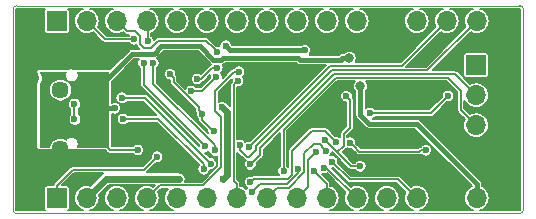
<source format=gbl>
G04 #@! TF.GenerationSoftware,KiCad,Pcbnew,5.1.0*
G04 #@! TF.CreationDate,2019-05-01T17:58:47+02:00*
G04 #@! TF.ProjectId,stm32f072PrototypingBoard,73746d33-3266-4303-9732-50726f746f74,rev?*
G04 #@! TF.SameCoordinates,Original*
G04 #@! TF.FileFunction,Copper,L2,Bot*
G04 #@! TF.FilePolarity,Positive*
%FSLAX46Y46*%
G04 Gerber Fmt 4.6, Leading zero omitted, Abs format (unit mm)*
G04 Created by KiCad (PCBNEW 5.1.0) date 2019-05-01 17:58:47*
%MOMM*%
%LPD*%
G04 APERTURE LIST*
%ADD10C,0.050000*%
%ADD11O,1.700000X1.700000*%
%ADD12R,1.700000X1.700000*%
%ADD13O,1.900000X1.200000*%
%ADD14C,1.450000*%
%ADD15O,2.100000X1.000000*%
%ADD16O,1.600000X1.000000*%
%ADD17C,0.600000*%
%ADD18C,0.800000*%
%ADD19C,0.400000*%
%ADD20C,0.200000*%
%ADD21C,0.600000*%
%ADD22C,0.157000*%
%ADD23C,0.100000*%
G04 APERTURE END LIST*
D10*
X63200000Y-37100000D02*
G75*
G02X62900000Y-37400000I-300000J0D01*
G01*
X62900000Y-19800000D02*
G75*
G02X63200000Y-20100000I0J-300000D01*
G01*
X20000000Y-20100000D02*
G75*
G02X20300000Y-19800000I300000J0D01*
G01*
X20300000Y-37400000D02*
G75*
G02X20000000Y-37100000I0J300000D01*
G01*
X20000000Y-37100000D02*
X20000000Y-20100000D01*
X62900000Y-37400000D02*
X20300000Y-37400000D01*
X63200000Y-20100000D02*
X63200000Y-37100000D01*
X20300000Y-19800000D02*
X62900000Y-19800000D01*
D11*
X59260000Y-21100000D03*
X56720000Y-21100000D03*
X54180000Y-21100000D03*
X51640000Y-21100000D03*
X49100000Y-21100000D03*
X46560000Y-21100000D03*
X44020000Y-21100000D03*
X41480000Y-21100000D03*
X38940000Y-21100000D03*
X36400000Y-21100000D03*
X33860000Y-21100000D03*
X31320000Y-21100000D03*
X28780000Y-21100000D03*
X26240000Y-21100000D03*
D12*
X23700000Y-21100000D03*
D11*
X59260000Y-36100000D03*
X56720000Y-36100000D03*
X54180000Y-36100000D03*
X51640000Y-36100000D03*
X49100000Y-36100000D03*
X46560000Y-36100000D03*
X44020000Y-36100000D03*
X41480000Y-36100000D03*
X38940000Y-36100000D03*
X36400000Y-36100000D03*
X33860000Y-36100000D03*
X31320000Y-36100000D03*
X28780000Y-36100000D03*
X26240000Y-36100000D03*
D12*
X23700000Y-36100000D03*
D11*
X59200000Y-32470000D03*
X59200000Y-29930000D03*
X59200000Y-27390000D03*
D12*
X59200000Y-24850000D03*
D13*
X21272500Y-32920000D03*
X21272500Y-25920000D03*
D14*
X23972500Y-31920000D03*
X23972500Y-26920000D03*
D15*
X25454999Y-24250000D03*
X25454999Y-32890000D03*
D16*
X21274999Y-24250000D03*
X21274999Y-32890000D03*
D17*
X50300000Y-36750000D03*
X52900000Y-36800000D03*
X43600000Y-30700000D03*
X42300000Y-31500000D03*
X34100000Y-32000000D03*
X37900000Y-27100000D03*
X46000000Y-28700000D03*
X39500000Y-28600000D03*
X42700000Y-25300000D03*
X29700000Y-28500000D03*
X30200000Y-26600000D03*
X34400000Y-27900000D03*
X46100000Y-23200000D03*
X46800000Y-23200000D03*
X30550000Y-32900000D03*
X25150000Y-34950000D03*
X50250000Y-32850000D03*
X51350000Y-27850000D03*
X54000000Y-27700000D03*
X32000000Y-30100000D03*
X32690779Y-25039857D03*
X32677831Y-21685988D03*
X47800000Y-36800000D03*
X27500000Y-36800000D03*
X30050000Y-36850000D03*
X32550000Y-36800000D03*
X25050000Y-20400000D03*
X27500000Y-20400000D03*
X35150000Y-20400000D03*
X37650000Y-20400000D03*
X45250000Y-20350000D03*
X42750000Y-20350000D03*
X47850000Y-20350000D03*
X34900000Y-24000000D03*
X40150000Y-20400000D03*
X30200000Y-25200000D03*
X32900000Y-26500000D03*
X32600000Y-20400000D03*
X34300000Y-24000000D03*
X51500000Y-24100000D03*
X56100000Y-25050000D03*
X56100000Y-23400000D03*
X58500000Y-23200000D03*
X58000000Y-20400000D03*
X55400000Y-20400000D03*
X39500000Y-22500000D03*
X38175000Y-24950000D03*
X36325000Y-24700000D03*
X51400000Y-30575000D03*
X53950000Y-32710510D03*
X50049521Y-31614490D03*
X47950000Y-28525000D03*
X22750000Y-28200000D03*
X27700000Y-25700000D03*
X27700000Y-26300000D03*
X27700000Y-31500000D03*
X27700000Y-30900000D03*
X22750000Y-28800000D03*
X22750000Y-27600000D03*
X22925000Y-25900000D03*
X28600000Y-28500000D03*
X30550000Y-32025000D03*
D18*
X48456615Y-24250479D03*
D17*
X25150000Y-27200000D03*
X25150000Y-30250000D03*
X56817211Y-27442634D03*
X50213064Y-28900000D03*
X44700000Y-23600000D03*
X37700000Y-28400000D03*
X37789027Y-34443026D03*
X34081842Y-34460831D03*
X38000000Y-23200000D03*
X49400000Y-33400008D03*
X46419696Y-31198766D03*
X48225000Y-27475000D03*
X42900000Y-33800000D03*
X40098260Y-33246803D03*
X31400000Y-22800000D03*
X36022532Y-28945561D03*
X36991401Y-30431042D03*
X33300000Y-25600000D03*
X35091649Y-27034322D03*
X37212351Y-25806160D03*
X37300000Y-25050000D03*
X35585423Y-26014577D03*
X25165058Y-28110207D03*
X25200000Y-29400000D03*
X36135073Y-33653275D03*
X29299998Y-29400000D03*
X36718588Y-33171011D03*
X29200006Y-27600000D03*
D18*
X49413054Y-26626108D03*
D17*
X39203875Y-31598615D03*
X39939864Y-31775780D03*
X54942216Y-32057784D03*
X48535510Y-31400720D03*
X37281038Y-23725233D03*
X37061841Y-32064490D03*
X31868121Y-24665667D03*
X30218904Y-22656656D03*
X36275599Y-31713774D03*
X31042989Y-24675919D03*
X47000000Y-33000000D03*
X46300000Y-33535510D03*
X45520533Y-33834528D03*
X45683485Y-32152439D03*
X46468088Y-32111434D03*
X39035307Y-26151680D03*
X44135510Y-33594879D03*
X40200000Y-35599994D03*
X47381696Y-31370610D03*
X40091159Y-34760814D03*
X39125000Y-25400000D03*
X32200000Y-32600000D03*
D19*
X26875000Y-27125000D02*
X27700000Y-26300000D01*
X26875000Y-28500000D02*
X26875000Y-27125000D01*
D20*
X28225000Y-32025000D02*
X27700000Y-31500000D01*
X30550000Y-32025000D02*
X28225000Y-32025000D01*
D19*
X28600000Y-28500000D02*
X27800000Y-28500000D01*
X27800000Y-28500000D02*
X26875000Y-28500000D01*
X47759174Y-24382235D02*
X47890930Y-24250479D01*
X47890930Y-24250479D02*
X48456615Y-24250479D01*
X44100000Y-24200000D02*
X44282235Y-24382235D01*
X37617765Y-24382235D02*
X37800000Y-24200000D01*
X44282235Y-24382235D02*
X47759174Y-24382235D01*
X30099990Y-23900010D02*
X31899988Y-23900010D01*
X35818952Y-23235511D02*
X36965676Y-24382235D01*
X27700000Y-26300000D02*
X30099990Y-23900010D01*
X37800000Y-24200000D02*
X44100000Y-24200000D01*
X36965676Y-24382235D02*
X37617765Y-24382235D01*
X31899988Y-23900010D02*
X32564487Y-23235511D01*
X32564487Y-23235511D02*
X35818952Y-23235511D01*
D20*
X56817211Y-27442634D02*
X55359845Y-28900000D01*
X55359845Y-28900000D02*
X50637328Y-28900000D01*
X50637328Y-28900000D02*
X50213064Y-28900000D01*
D21*
X27879169Y-34460831D02*
X33657578Y-34460831D01*
X33657578Y-34460831D02*
X34081842Y-34460831D01*
X26240000Y-36100000D02*
X27879169Y-34460831D01*
X38089026Y-34143027D02*
X37789027Y-34443026D01*
X38132862Y-34099191D02*
X38089026Y-34143027D01*
X38132862Y-28832862D02*
X38132862Y-34099191D01*
X37700000Y-28400000D02*
X38132862Y-28832862D01*
D19*
X44700000Y-23600000D02*
X38400000Y-23600000D01*
X38299999Y-23499999D02*
X38000000Y-23200000D01*
X38400000Y-23600000D02*
X38299999Y-23499999D01*
D22*
X46719695Y-31498765D02*
X46419696Y-31198766D01*
X49400000Y-33400008D02*
X48620938Y-33400008D01*
X48524999Y-27774999D02*
X48524999Y-30150001D01*
X48225000Y-27475000D02*
X48524999Y-27774999D01*
X48524999Y-30150001D02*
X48000000Y-30675000D01*
X48000000Y-31675000D02*
X47447965Y-32227035D01*
X48000000Y-30675000D02*
X48000000Y-31675000D01*
X48620938Y-33400008D02*
X47447965Y-32227035D01*
X47447965Y-32227035D02*
X46719695Y-31498765D01*
X42900000Y-33375736D02*
X42900000Y-33800000D01*
X57900000Y-28630000D02*
X57900000Y-27000000D01*
X59200000Y-29930000D02*
X57900000Y-28630000D01*
X47300000Y-25900000D02*
X42900000Y-30300000D01*
X56800000Y-25900000D02*
X47300000Y-25900000D01*
X57900000Y-27000000D02*
X56800000Y-25900000D01*
X42900000Y-30300000D02*
X42900000Y-33375736D01*
X57395989Y-25585989D02*
X47169933Y-25585989D01*
X40900000Y-32445063D02*
X40398259Y-32946804D01*
X40398259Y-32946804D02*
X40098260Y-33246803D01*
X47169933Y-25585989D02*
X40900000Y-31855922D01*
X59200000Y-27390000D02*
X57395989Y-25585989D01*
X40900000Y-31855922D02*
X40900000Y-32445063D01*
D20*
X36022532Y-28945561D02*
X36022532Y-29462173D01*
X36691402Y-30131043D02*
X36991401Y-30431042D01*
X36022532Y-29462173D02*
X36691402Y-30131043D01*
D22*
X33599999Y-25899999D02*
X33300000Y-25600000D01*
X33599999Y-26299999D02*
X33599999Y-25899999D01*
X35722533Y-28422533D02*
X33599999Y-26299999D01*
X35722533Y-28645562D02*
X35722533Y-28422533D01*
X36022532Y-28945561D02*
X35722533Y-28645562D01*
X31400000Y-21180000D02*
X31320000Y-21100000D01*
X31400000Y-22800000D02*
X31400000Y-21180000D01*
X36026011Y-26992500D02*
X36912352Y-26106159D01*
X36912352Y-26106159D02*
X37212351Y-25806160D01*
X35107500Y-26992500D02*
X36026011Y-26992500D01*
X36875736Y-25050000D02*
X35911159Y-26014577D01*
X35911159Y-26014577D02*
X35585423Y-26014577D01*
X37300000Y-25050000D02*
X36875736Y-25050000D01*
D20*
X25165058Y-28110207D02*
X25165058Y-29365058D01*
X25165058Y-29365058D02*
X25200000Y-29400000D01*
X32306062Y-29400000D02*
X29724262Y-29400000D01*
X29724262Y-29400000D02*
X29299998Y-29400000D01*
X36135073Y-33229011D02*
X32306062Y-29400000D01*
X36135073Y-33653275D02*
X36135073Y-33229011D01*
X29624270Y-27600000D02*
X29200006Y-27600000D01*
X36718588Y-33171011D02*
X31147577Y-27600000D01*
X31147577Y-27600000D02*
X29624270Y-27600000D01*
D19*
X49413054Y-27191793D02*
X49413054Y-26626108D01*
X49413054Y-29063054D02*
X49413054Y-27191793D01*
X54162081Y-29800000D02*
X50150000Y-29800000D01*
X59260000Y-36100000D02*
X59260000Y-34897919D01*
X50150000Y-29800000D02*
X49413054Y-29063054D01*
X59260000Y-34897919D02*
X54162081Y-29800000D01*
D22*
X47039866Y-25271978D02*
X40585989Y-31725855D01*
X40585989Y-32014011D02*
X40000000Y-32600000D01*
X40000000Y-32600000D02*
X39780996Y-32600000D01*
X39203875Y-32022879D02*
X39203875Y-31598615D01*
X40585989Y-31725855D02*
X40585989Y-32014011D01*
X55088022Y-25271978D02*
X47039866Y-25271978D01*
X59260000Y-21100000D02*
X55088022Y-25271978D01*
X39780996Y-32600000D02*
X39203875Y-32022879D01*
X56720000Y-21100000D02*
X52934011Y-24885989D01*
X40239863Y-31475781D02*
X39939864Y-31775780D01*
X46829655Y-24885989D02*
X40239863Y-31475781D01*
X52934011Y-24885989D02*
X46829655Y-24885989D01*
X48835509Y-31700719D02*
X48535510Y-31400720D01*
X49309790Y-32175000D02*
X48835509Y-31700719D01*
X54942216Y-32057784D02*
X54517952Y-32057784D01*
X54517952Y-32057784D02*
X54400736Y-32175000D01*
X54400736Y-32175000D02*
X49309790Y-32175000D01*
X30304791Y-21949999D02*
X30754406Y-22399614D01*
X30754406Y-23074406D02*
X31044491Y-23364491D01*
X28780000Y-21100000D02*
X29629999Y-21949999D01*
X31044491Y-23364491D02*
X31678183Y-23364491D01*
X36981039Y-23425234D02*
X37281038Y-23725233D01*
X36355805Y-22800000D02*
X36981039Y-23425234D01*
X30754406Y-22399614D02*
X30754406Y-23074406D01*
X32242674Y-22800000D02*
X36355805Y-22800000D01*
X29629999Y-21949999D02*
X30304791Y-21949999D01*
X31678183Y-23364491D02*
X32242674Y-22800000D01*
X37061841Y-31640226D02*
X31868121Y-26446506D01*
X31868121Y-25089931D02*
X31868121Y-24665667D01*
X31868121Y-26446506D02*
X31868121Y-25089931D01*
X37061841Y-32064490D02*
X37061841Y-31640226D01*
X29794640Y-22656656D02*
X30218904Y-22656656D01*
X27796656Y-22656656D02*
X29794640Y-22656656D01*
X26240000Y-21100000D02*
X27796656Y-22656656D01*
X36275599Y-31713774D02*
X31042989Y-26481164D01*
X31042989Y-25100183D02*
X31042989Y-24675919D01*
X31042989Y-26481164D02*
X31042989Y-25100183D01*
X48500000Y-34500000D02*
X47000000Y-33000000D01*
X54180000Y-36100000D02*
X52580000Y-34500000D01*
X52580000Y-34500000D02*
X48500000Y-34500000D01*
X49100000Y-36100000D02*
X46535510Y-33535510D01*
X46535510Y-33535510D02*
X46300000Y-33535510D01*
X46560000Y-36100000D02*
X46560000Y-34873995D01*
X46560000Y-34873995D02*
X45820532Y-34134527D01*
X45820532Y-34134527D02*
X45520533Y-33834528D01*
X44985023Y-32850901D02*
X45383486Y-32452438D01*
X44985023Y-35134977D02*
X44985023Y-32850901D01*
X45383486Y-32452438D02*
X45683485Y-32152439D01*
X44020000Y-36100000D02*
X44985023Y-35134977D01*
X46168089Y-31811435D02*
X46468088Y-32111434D01*
X46168089Y-31704485D02*
X46168089Y-31811435D01*
X42329999Y-35250001D02*
X43338155Y-35250001D01*
X44671012Y-33917144D02*
X44671012Y-32293770D01*
X45989419Y-31525815D02*
X46168089Y-31704485D01*
X41480000Y-36100000D02*
X42329999Y-35250001D01*
X45438967Y-31525815D02*
X45989419Y-31525815D01*
X43338155Y-35250001D02*
X44671012Y-33917144D01*
X44671012Y-32293770D02*
X45438967Y-31525815D01*
X38735308Y-26451679D02*
X39035307Y-26151680D01*
X38668373Y-26518614D02*
X38735308Y-26451679D01*
X38940000Y-34897919D02*
X38668373Y-34626292D01*
X38668373Y-34626292D02*
X38668373Y-26518614D01*
X38940000Y-36100000D02*
X38940000Y-34897919D01*
X40885983Y-34914011D02*
X40499999Y-35299995D01*
X43230067Y-34914011D02*
X40885983Y-34914011D01*
X44135510Y-33594879D02*
X44135510Y-34008568D01*
X40499999Y-35299995D02*
X40200000Y-35599994D01*
X44135510Y-34008568D02*
X43230067Y-34914011D01*
X43239187Y-34460815D02*
X40391158Y-34460815D01*
X45300000Y-30400000D02*
X43600000Y-32100000D01*
X43600000Y-32100000D02*
X43600000Y-34100002D01*
X43600000Y-34100002D02*
X43239187Y-34460815D01*
X40391158Y-34460815D02*
X40091159Y-34760814D01*
X46411086Y-30400000D02*
X45300000Y-30400000D01*
X47381696Y-31370610D02*
X46411086Y-30400000D01*
X31320000Y-36100000D02*
X32405501Y-35014499D01*
X36085501Y-35014499D02*
X37597351Y-33502649D01*
X32405501Y-35014499D02*
X36085501Y-35014499D01*
X37597351Y-33502649D02*
X37597351Y-29197351D01*
X37100000Y-27000736D02*
X38700736Y-25400000D01*
X37597351Y-29197351D02*
X37100000Y-28700000D01*
X38700736Y-25400000D02*
X39125000Y-25400000D01*
X37100000Y-28700000D02*
X37100000Y-27000736D01*
X23700000Y-35050000D02*
X23700000Y-36100000D01*
X25059990Y-33690010D02*
X23700000Y-35050000D01*
X31109990Y-33690010D02*
X25059990Y-33690010D01*
X32200000Y-32600000D02*
X31109990Y-33690010D01*
D23*
G36*
X24413444Y-25524821D02*
G01*
X24392999Y-25627603D01*
X24392999Y-25732397D01*
X24413444Y-25835179D01*
X24453547Y-25931996D01*
X24511768Y-26019130D01*
X24585869Y-26093231D01*
X24673003Y-26151452D01*
X24769820Y-26191555D01*
X24872602Y-26212000D01*
X24977396Y-26212000D01*
X25080178Y-26191555D01*
X25176995Y-26151452D01*
X25264129Y-26093231D01*
X25338230Y-26019130D01*
X25396451Y-25931996D01*
X25436554Y-25835179D01*
X25456999Y-25732397D01*
X25456999Y-25627603D01*
X25436554Y-25524821D01*
X25405562Y-25450000D01*
X28050000Y-25450000D01*
X28050000Y-31750000D01*
X25371058Y-31750000D01*
X25396451Y-31711996D01*
X25436554Y-31615179D01*
X25456999Y-31512397D01*
X25456999Y-31407603D01*
X25436554Y-31304821D01*
X25396451Y-31208004D01*
X25338230Y-31120870D01*
X25264129Y-31046769D01*
X25176995Y-30988548D01*
X25080178Y-30948445D01*
X24977396Y-30928000D01*
X24872602Y-30928000D01*
X24769820Y-30948445D01*
X24673003Y-30988548D01*
X24585869Y-31046769D01*
X24511768Y-31120870D01*
X24493960Y-31147521D01*
X24413968Y-31094072D01*
X24244355Y-31023816D01*
X24064294Y-30988000D01*
X23880706Y-30988000D01*
X23700645Y-31023816D01*
X23531032Y-31094072D01*
X23378384Y-31196068D01*
X23248568Y-31325884D01*
X23146572Y-31478532D01*
X23076316Y-31648145D01*
X23056056Y-31750000D01*
X22250000Y-31750000D01*
X22250000Y-28060272D01*
X24658058Y-28060272D01*
X24658058Y-28160142D01*
X24677542Y-28258093D01*
X24715761Y-28350361D01*
X24771246Y-28433401D01*
X24841864Y-28504019D01*
X24858058Y-28514840D01*
X24858059Y-29024935D01*
X24806188Y-29076806D01*
X24750703Y-29159846D01*
X24712484Y-29252114D01*
X24693000Y-29350065D01*
X24693000Y-29449935D01*
X24712484Y-29547886D01*
X24750703Y-29640154D01*
X24806188Y-29723194D01*
X24876806Y-29793812D01*
X24959846Y-29849297D01*
X25052114Y-29887516D01*
X25150065Y-29907000D01*
X25249935Y-29907000D01*
X25347886Y-29887516D01*
X25440154Y-29849297D01*
X25523194Y-29793812D01*
X25593812Y-29723194D01*
X25649297Y-29640154D01*
X25687516Y-29547886D01*
X25707000Y-29449935D01*
X25707000Y-29350065D01*
X25687516Y-29252114D01*
X25649297Y-29159846D01*
X25593812Y-29076806D01*
X25523194Y-29006188D01*
X25472058Y-28972020D01*
X25472058Y-28514839D01*
X25488252Y-28504019D01*
X25558870Y-28433401D01*
X25614355Y-28350361D01*
X25652574Y-28258093D01*
X25672058Y-28160142D01*
X25672058Y-28060272D01*
X25652574Y-27962321D01*
X25614355Y-27870053D01*
X25558870Y-27787013D01*
X25488252Y-27716395D01*
X25405212Y-27660910D01*
X25312944Y-27622691D01*
X25214993Y-27603207D01*
X25115123Y-27603207D01*
X25017172Y-27622691D01*
X24924904Y-27660910D01*
X24841864Y-27716395D01*
X24771246Y-27787013D01*
X24715761Y-27870053D01*
X24677542Y-27962321D01*
X24658058Y-28060272D01*
X22250000Y-28060272D01*
X22250000Y-26828206D01*
X23040500Y-26828206D01*
X23040500Y-27011794D01*
X23076316Y-27191855D01*
X23146572Y-27361468D01*
X23248568Y-27514116D01*
X23378384Y-27643932D01*
X23531032Y-27745928D01*
X23700645Y-27816184D01*
X23880706Y-27852000D01*
X24064294Y-27852000D01*
X24244355Y-27816184D01*
X24413968Y-27745928D01*
X24566616Y-27643932D01*
X24696432Y-27514116D01*
X24798428Y-27361468D01*
X24868684Y-27191855D01*
X24904500Y-27011794D01*
X24904500Y-26828206D01*
X24868684Y-26648145D01*
X24798428Y-26478532D01*
X24696432Y-26325884D01*
X24566616Y-26196068D01*
X24413968Y-26094072D01*
X24244355Y-26023816D01*
X24064294Y-25988000D01*
X23880706Y-25988000D01*
X23700645Y-26023816D01*
X23531032Y-26094072D01*
X23378384Y-26196068D01*
X23248568Y-26325884D01*
X23146572Y-26478532D01*
X23076316Y-26648145D01*
X23040500Y-26828206D01*
X22250000Y-26828206D01*
X22250000Y-26427470D01*
X22296742Y-26370514D01*
X22371678Y-26230320D01*
X22417823Y-26078200D01*
X22433404Y-25920000D01*
X22417823Y-25761800D01*
X22371678Y-25609680D01*
X22296742Y-25469486D01*
X22280750Y-25450000D01*
X24444436Y-25450000D01*
X24413444Y-25524821D01*
X24413444Y-25524821D01*
G37*
X24413444Y-25524821D02*
X24392999Y-25627603D01*
X24392999Y-25732397D01*
X24413444Y-25835179D01*
X24453547Y-25931996D01*
X24511768Y-26019130D01*
X24585869Y-26093231D01*
X24673003Y-26151452D01*
X24769820Y-26191555D01*
X24872602Y-26212000D01*
X24977396Y-26212000D01*
X25080178Y-26191555D01*
X25176995Y-26151452D01*
X25264129Y-26093231D01*
X25338230Y-26019130D01*
X25396451Y-25931996D01*
X25436554Y-25835179D01*
X25456999Y-25732397D01*
X25456999Y-25627603D01*
X25436554Y-25524821D01*
X25405562Y-25450000D01*
X28050000Y-25450000D01*
X28050000Y-31750000D01*
X25371058Y-31750000D01*
X25396451Y-31711996D01*
X25436554Y-31615179D01*
X25456999Y-31512397D01*
X25456999Y-31407603D01*
X25436554Y-31304821D01*
X25396451Y-31208004D01*
X25338230Y-31120870D01*
X25264129Y-31046769D01*
X25176995Y-30988548D01*
X25080178Y-30948445D01*
X24977396Y-30928000D01*
X24872602Y-30928000D01*
X24769820Y-30948445D01*
X24673003Y-30988548D01*
X24585869Y-31046769D01*
X24511768Y-31120870D01*
X24493960Y-31147521D01*
X24413968Y-31094072D01*
X24244355Y-31023816D01*
X24064294Y-30988000D01*
X23880706Y-30988000D01*
X23700645Y-31023816D01*
X23531032Y-31094072D01*
X23378384Y-31196068D01*
X23248568Y-31325884D01*
X23146572Y-31478532D01*
X23076316Y-31648145D01*
X23056056Y-31750000D01*
X22250000Y-31750000D01*
X22250000Y-28060272D01*
X24658058Y-28060272D01*
X24658058Y-28160142D01*
X24677542Y-28258093D01*
X24715761Y-28350361D01*
X24771246Y-28433401D01*
X24841864Y-28504019D01*
X24858058Y-28514840D01*
X24858059Y-29024935D01*
X24806188Y-29076806D01*
X24750703Y-29159846D01*
X24712484Y-29252114D01*
X24693000Y-29350065D01*
X24693000Y-29449935D01*
X24712484Y-29547886D01*
X24750703Y-29640154D01*
X24806188Y-29723194D01*
X24876806Y-29793812D01*
X24959846Y-29849297D01*
X25052114Y-29887516D01*
X25150065Y-29907000D01*
X25249935Y-29907000D01*
X25347886Y-29887516D01*
X25440154Y-29849297D01*
X25523194Y-29793812D01*
X25593812Y-29723194D01*
X25649297Y-29640154D01*
X25687516Y-29547886D01*
X25707000Y-29449935D01*
X25707000Y-29350065D01*
X25687516Y-29252114D01*
X25649297Y-29159846D01*
X25593812Y-29076806D01*
X25523194Y-29006188D01*
X25472058Y-28972020D01*
X25472058Y-28514839D01*
X25488252Y-28504019D01*
X25558870Y-28433401D01*
X25614355Y-28350361D01*
X25652574Y-28258093D01*
X25672058Y-28160142D01*
X25672058Y-28060272D01*
X25652574Y-27962321D01*
X25614355Y-27870053D01*
X25558870Y-27787013D01*
X25488252Y-27716395D01*
X25405212Y-27660910D01*
X25312944Y-27622691D01*
X25214993Y-27603207D01*
X25115123Y-27603207D01*
X25017172Y-27622691D01*
X24924904Y-27660910D01*
X24841864Y-27716395D01*
X24771246Y-27787013D01*
X24715761Y-27870053D01*
X24677542Y-27962321D01*
X24658058Y-28060272D01*
X22250000Y-28060272D01*
X22250000Y-26828206D01*
X23040500Y-26828206D01*
X23040500Y-27011794D01*
X23076316Y-27191855D01*
X23146572Y-27361468D01*
X23248568Y-27514116D01*
X23378384Y-27643932D01*
X23531032Y-27745928D01*
X23700645Y-27816184D01*
X23880706Y-27852000D01*
X24064294Y-27852000D01*
X24244355Y-27816184D01*
X24413968Y-27745928D01*
X24566616Y-27643932D01*
X24696432Y-27514116D01*
X24798428Y-27361468D01*
X24868684Y-27191855D01*
X24904500Y-27011794D01*
X24904500Y-26828206D01*
X24868684Y-26648145D01*
X24798428Y-26478532D01*
X24696432Y-26325884D01*
X24566616Y-26196068D01*
X24413968Y-26094072D01*
X24244355Y-26023816D01*
X24064294Y-25988000D01*
X23880706Y-25988000D01*
X23700645Y-26023816D01*
X23531032Y-26094072D01*
X23378384Y-26196068D01*
X23248568Y-26325884D01*
X23146572Y-26478532D01*
X23076316Y-26648145D01*
X23040500Y-26828206D01*
X22250000Y-26828206D01*
X22250000Y-26427470D01*
X22296742Y-26370514D01*
X22371678Y-26230320D01*
X22417823Y-26078200D01*
X22433404Y-25920000D01*
X22417823Y-25761800D01*
X22371678Y-25609680D01*
X22296742Y-25469486D01*
X22280750Y-25450000D01*
X24444436Y-25450000D01*
X24413444Y-25524821D01*
D22*
G36*
X48143219Y-35587282D02*
G01*
X48092277Y-35682587D01*
X48030206Y-35887205D01*
X48009248Y-36100000D01*
X48030206Y-36312795D01*
X48092277Y-36517413D01*
X48193073Y-36705989D01*
X48328722Y-36871278D01*
X48494011Y-37006927D01*
X48682587Y-37107723D01*
X48787340Y-37139500D01*
X46872660Y-37139500D01*
X46977413Y-37107723D01*
X47165989Y-37006927D01*
X47331278Y-36871278D01*
X47466927Y-36705989D01*
X47567723Y-36517413D01*
X47629794Y-36312795D01*
X47650752Y-36100000D01*
X47629794Y-35887205D01*
X47567723Y-35682587D01*
X47466927Y-35494011D01*
X47331278Y-35328722D01*
X47165989Y-35193073D01*
X46977413Y-35092277D01*
X46874000Y-35060907D01*
X46874000Y-34889416D01*
X46875519Y-34873995D01*
X46869456Y-34812440D01*
X46851502Y-34753251D01*
X46822344Y-34698702D01*
X46810213Y-34683920D01*
X46783106Y-34650889D01*
X46771123Y-34641055D01*
X46189610Y-34059543D01*
X46247258Y-34071010D01*
X46352742Y-34071010D01*
X46456200Y-34050431D01*
X46553654Y-34010064D01*
X46561056Y-34005118D01*
X48143219Y-35587282D01*
X48143219Y-35587282D01*
G37*
X48143219Y-35587282D02*
X48092277Y-35682587D01*
X48030206Y-35887205D01*
X48009248Y-36100000D01*
X48030206Y-36312795D01*
X48092277Y-36517413D01*
X48193073Y-36705989D01*
X48328722Y-36871278D01*
X48494011Y-37006927D01*
X48682587Y-37107723D01*
X48787340Y-37139500D01*
X46872660Y-37139500D01*
X46977413Y-37107723D01*
X47165989Y-37006927D01*
X47331278Y-36871278D01*
X47466927Y-36705989D01*
X47567723Y-36517413D01*
X47629794Y-36312795D01*
X47650752Y-36100000D01*
X47629794Y-35887205D01*
X47567723Y-35682587D01*
X47466927Y-35494011D01*
X47331278Y-35328722D01*
X47165989Y-35193073D01*
X46977413Y-35092277D01*
X46874000Y-35060907D01*
X46874000Y-34889416D01*
X46875519Y-34873995D01*
X46869456Y-34812440D01*
X46851502Y-34753251D01*
X46822344Y-34698702D01*
X46810213Y-34683920D01*
X46783106Y-34650889D01*
X46771123Y-34641055D01*
X46189610Y-34059543D01*
X46247258Y-34071010D01*
X46352742Y-34071010D01*
X46456200Y-34050431D01*
X46553654Y-34010064D01*
X46561056Y-34005118D01*
X48143219Y-35587282D01*
G36*
X22682671Y-20082671D02*
G01*
X22653242Y-20118530D01*
X22631374Y-20159442D01*
X22617908Y-20203834D01*
X22613361Y-20250000D01*
X22613361Y-21950000D01*
X22617908Y-21996166D01*
X22631374Y-22040558D01*
X22653242Y-22081470D01*
X22682671Y-22117329D01*
X22718530Y-22146758D01*
X22759442Y-22168626D01*
X22803834Y-22182092D01*
X22850000Y-22186639D01*
X24550000Y-22186639D01*
X24596166Y-22182092D01*
X24640558Y-22168626D01*
X24681470Y-22146758D01*
X24717329Y-22117329D01*
X24746758Y-22081470D01*
X24768626Y-22040558D01*
X24782092Y-21996166D01*
X24786639Y-21950000D01*
X24786639Y-20250000D01*
X24782092Y-20203834D01*
X24768626Y-20159442D01*
X24746758Y-20118530D01*
X24717329Y-20082671D01*
X24690314Y-20060500D01*
X25927340Y-20060500D01*
X25822587Y-20092277D01*
X25634011Y-20193073D01*
X25468722Y-20328722D01*
X25333073Y-20494011D01*
X25232277Y-20682587D01*
X25170206Y-20887205D01*
X25149248Y-21100000D01*
X25170206Y-21312795D01*
X25232277Y-21517413D01*
X25333073Y-21705989D01*
X25468722Y-21871278D01*
X25634011Y-22006927D01*
X25822587Y-22107723D01*
X26027205Y-22169794D01*
X26186674Y-22185500D01*
X26293326Y-22185500D01*
X26452795Y-22169794D01*
X26657413Y-22107723D01*
X26752719Y-22056781D01*
X27563716Y-22867779D01*
X27573550Y-22879762D01*
X27621363Y-22919000D01*
X27675912Y-22948158D01*
X27735101Y-22966112D01*
X27796655Y-22972175D01*
X27812077Y-22970656D01*
X29784672Y-22970656D01*
X29802954Y-22998017D01*
X29877543Y-23072606D01*
X29965250Y-23131210D01*
X30062704Y-23171577D01*
X30166162Y-23192156D01*
X30271646Y-23192156D01*
X30375104Y-23171577D01*
X30446752Y-23141899D01*
X30462905Y-23195150D01*
X30492062Y-23249698D01*
X30492262Y-23249942D01*
X30531301Y-23297512D01*
X30543283Y-23307345D01*
X30700447Y-23464510D01*
X30121370Y-23464510D01*
X30099989Y-23462404D01*
X30078608Y-23464510D01*
X30078596Y-23464510D01*
X30014617Y-23470811D01*
X29932525Y-23495714D01*
X29898116Y-23514106D01*
X29856868Y-23536153D01*
X29843337Y-23547258D01*
X29790555Y-23590575D01*
X29776917Y-23607193D01*
X28197657Y-25186454D01*
X28190122Y-25182426D01*
X28145944Y-25169025D01*
X28100000Y-25164500D01*
X25145129Y-25164500D01*
X25088491Y-25141040D01*
X24980203Y-25119500D01*
X24869795Y-25119500D01*
X24761507Y-25141040D01*
X24704869Y-25164500D01*
X22200000Y-25164500D01*
X22154056Y-25169025D01*
X22109878Y-25182426D01*
X22069163Y-25204189D01*
X22033476Y-25233476D01*
X22004189Y-25269163D01*
X21982426Y-25309878D01*
X21969025Y-25354056D01*
X21964500Y-25400000D01*
X21964500Y-31800000D01*
X21969025Y-31845944D01*
X21982426Y-31890122D01*
X22004189Y-31930837D01*
X22033476Y-31966524D01*
X22069163Y-31995811D01*
X22109878Y-32017574D01*
X22154056Y-32030975D01*
X22200000Y-32035500D01*
X27761032Y-32035500D01*
X27976109Y-32250577D01*
X27986618Y-32263382D01*
X28037704Y-32305308D01*
X28095989Y-32336461D01*
X28133297Y-32347778D01*
X28159230Y-32355645D01*
X28162754Y-32355992D01*
X28208522Y-32360500D01*
X28208529Y-32360500D01*
X28224999Y-32362122D01*
X28241469Y-32360500D01*
X30130134Y-32360500D01*
X30134050Y-32366361D01*
X30208639Y-32440950D01*
X30296346Y-32499554D01*
X30393800Y-32539921D01*
X30497258Y-32560500D01*
X30602742Y-32560500D01*
X30706200Y-32539921D01*
X30803654Y-32499554D01*
X30891361Y-32440950D01*
X30965950Y-32366361D01*
X31024554Y-32278654D01*
X31064921Y-32181200D01*
X31085500Y-32077742D01*
X31085500Y-31972258D01*
X31064921Y-31868800D01*
X31024554Y-31771346D01*
X30965950Y-31683639D01*
X30891361Y-31609050D01*
X30803654Y-31550446D01*
X30706200Y-31510079D01*
X30602742Y-31489500D01*
X30497258Y-31489500D01*
X30393800Y-31510079D01*
X30296346Y-31550446D01*
X30208639Y-31609050D01*
X30134050Y-31683639D01*
X30130134Y-31689500D01*
X28363968Y-31689500D01*
X28335500Y-31661032D01*
X28335500Y-28967307D01*
X28346346Y-28974554D01*
X28443800Y-29014921D01*
X28547258Y-29035500D01*
X28652742Y-29035500D01*
X28756200Y-29014921D01*
X28853654Y-28974554D01*
X28941361Y-28915950D01*
X29015950Y-28841361D01*
X29074554Y-28753654D01*
X29114921Y-28656200D01*
X29135500Y-28552742D01*
X29135500Y-28447258D01*
X29114921Y-28343800D01*
X29074554Y-28246346D01*
X29015950Y-28158639D01*
X28941361Y-28084050D01*
X28853654Y-28025446D01*
X28756200Y-27985079D01*
X28652742Y-27964500D01*
X28547258Y-27964500D01*
X28443800Y-27985079D01*
X28346346Y-28025446D01*
X28335500Y-28032693D01*
X28335500Y-26280389D01*
X30280380Y-24335510D01*
X30626403Y-24335510D01*
X30568435Y-24422265D01*
X30528068Y-24519719D01*
X30507489Y-24623177D01*
X30507489Y-24728661D01*
X30528068Y-24832119D01*
X30568435Y-24929573D01*
X30627039Y-25017280D01*
X30701628Y-25091869D01*
X30728989Y-25110151D01*
X30728989Y-25115604D01*
X30728990Y-25115614D01*
X30728989Y-26465742D01*
X30727470Y-26481164D01*
X30728989Y-26496585D01*
X30733533Y-26542718D01*
X30751487Y-26601907D01*
X30780645Y-26656456D01*
X30819883Y-26704270D01*
X30831871Y-26714108D01*
X35746519Y-31628757D01*
X35740099Y-31661032D01*
X35740099Y-31718054D01*
X31396468Y-27374423D01*
X31385959Y-27361618D01*
X31334873Y-27319692D01*
X31276588Y-27288539D01*
X31213346Y-27269355D01*
X31164055Y-27264500D01*
X31147577Y-27262877D01*
X31131099Y-27264500D01*
X29619872Y-27264500D01*
X29615956Y-27258639D01*
X29541367Y-27184050D01*
X29453660Y-27125446D01*
X29356206Y-27085079D01*
X29252748Y-27064500D01*
X29147264Y-27064500D01*
X29043806Y-27085079D01*
X28946352Y-27125446D01*
X28858645Y-27184050D01*
X28784056Y-27258639D01*
X28725452Y-27346346D01*
X28685085Y-27443800D01*
X28664506Y-27547258D01*
X28664506Y-27652742D01*
X28685085Y-27756200D01*
X28725452Y-27853654D01*
X28784056Y-27941361D01*
X28858645Y-28015950D01*
X28946352Y-28074554D01*
X29043806Y-28114921D01*
X29147264Y-28135500D01*
X29252748Y-28135500D01*
X29356206Y-28114921D01*
X29453660Y-28074554D01*
X29541367Y-28015950D01*
X29615956Y-27941361D01*
X29619872Y-27935500D01*
X31008609Y-27935500D01*
X32137609Y-29064500D01*
X29719864Y-29064500D01*
X29715948Y-29058639D01*
X29641359Y-28984050D01*
X29553652Y-28925446D01*
X29456198Y-28885079D01*
X29352740Y-28864500D01*
X29247256Y-28864500D01*
X29143798Y-28885079D01*
X29046344Y-28925446D01*
X28958637Y-28984050D01*
X28884048Y-29058639D01*
X28825444Y-29146346D01*
X28785077Y-29243800D01*
X28764498Y-29347258D01*
X28764498Y-29452742D01*
X28785077Y-29556200D01*
X28825444Y-29653654D01*
X28884048Y-29741361D01*
X28958637Y-29815950D01*
X29046344Y-29874554D01*
X29143798Y-29914921D01*
X29247256Y-29935500D01*
X29352740Y-29935500D01*
X29456198Y-29914921D01*
X29553652Y-29874554D01*
X29641359Y-29815950D01*
X29715948Y-29741361D01*
X29719864Y-29735500D01*
X32167094Y-29735500D01*
X35731316Y-33299722D01*
X35719123Y-33311914D01*
X35660519Y-33399621D01*
X35620152Y-33497075D01*
X35599573Y-33600533D01*
X35599573Y-33706017D01*
X35620152Y-33809475D01*
X35660519Y-33906929D01*
X35719123Y-33994636D01*
X35793712Y-34069225D01*
X35881419Y-34127829D01*
X35978873Y-34168196D01*
X36082331Y-34188775D01*
X36187815Y-34188775D01*
X36291273Y-34168196D01*
X36388727Y-34127829D01*
X36476434Y-34069225D01*
X36551023Y-33994636D01*
X36609627Y-33906929D01*
X36649994Y-33809475D01*
X36670475Y-33706511D01*
X36771330Y-33706511D01*
X36874788Y-33685932D01*
X36972242Y-33645565D01*
X37059949Y-33586961D01*
X37134538Y-33512372D01*
X37193142Y-33424665D01*
X37233509Y-33327211D01*
X37254088Y-33223753D01*
X37254088Y-33118269D01*
X37233509Y-33014811D01*
X37193142Y-32917357D01*
X37134538Y-32829650D01*
X37059949Y-32755061D01*
X36972242Y-32696457D01*
X36874788Y-32656090D01*
X36771330Y-32635511D01*
X36665846Y-32635511D01*
X36658931Y-32636886D01*
X36271319Y-32249274D01*
X36328341Y-32249274D01*
X36431799Y-32228695D01*
X36529253Y-32188328D01*
X36539165Y-32181705D01*
X36546920Y-32220690D01*
X36587287Y-32318144D01*
X36645891Y-32405851D01*
X36720480Y-32480440D01*
X36808187Y-32539044D01*
X36905641Y-32579411D01*
X37009099Y-32599990D01*
X37114583Y-32599990D01*
X37218041Y-32579411D01*
X37283351Y-32552358D01*
X37283351Y-33372586D01*
X35955439Y-34700499D01*
X34562189Y-34700499D01*
X34566513Y-34690062D01*
X34578973Y-34666750D01*
X34586646Y-34641455D01*
X34596763Y-34617031D01*
X34601920Y-34591104D01*
X34609594Y-34565807D01*
X34612185Y-34539499D01*
X34617342Y-34513573D01*
X34617342Y-34487138D01*
X34619933Y-34460831D01*
X34617342Y-34434524D01*
X34617342Y-34408089D01*
X34612185Y-34382163D01*
X34609594Y-34355855D01*
X34601920Y-34330558D01*
X34596763Y-34304631D01*
X34586646Y-34280207D01*
X34578973Y-34254912D01*
X34566513Y-34231600D01*
X34556396Y-34207177D01*
X34541708Y-34185195D01*
X34529248Y-34161884D01*
X34512479Y-34141451D01*
X34497792Y-34119470D01*
X34479102Y-34100780D01*
X34462330Y-34080343D01*
X34441893Y-34063571D01*
X34423203Y-34044881D01*
X34401222Y-34030194D01*
X34380789Y-34013425D01*
X34357478Y-34000965D01*
X34335496Y-33986277D01*
X34311073Y-33976160D01*
X34287761Y-33963700D01*
X34262466Y-33956027D01*
X34238042Y-33945910D01*
X34212115Y-33940753D01*
X34186818Y-33933079D01*
X34160510Y-33930488D01*
X34134584Y-33925331D01*
X31318212Y-33925331D01*
X31333096Y-33913116D01*
X31342934Y-33901128D01*
X32114983Y-33129080D01*
X32147258Y-33135500D01*
X32252742Y-33135500D01*
X32356200Y-33114921D01*
X32453654Y-33074554D01*
X32541361Y-33015950D01*
X32615950Y-32941361D01*
X32674554Y-32853654D01*
X32714921Y-32756200D01*
X32735500Y-32652742D01*
X32735500Y-32547258D01*
X32714921Y-32443800D01*
X32674554Y-32346346D01*
X32615950Y-32258639D01*
X32541361Y-32184050D01*
X32453654Y-32125446D01*
X32356200Y-32085079D01*
X32252742Y-32064500D01*
X32147258Y-32064500D01*
X32043800Y-32085079D01*
X31946346Y-32125446D01*
X31858639Y-32184050D01*
X31784050Y-32258639D01*
X31725446Y-32346346D01*
X31685079Y-32443800D01*
X31664500Y-32547258D01*
X31664500Y-32652742D01*
X31670920Y-32685017D01*
X30979928Y-33376010D01*
X25075408Y-33376010D01*
X25059989Y-33374491D01*
X25044570Y-33376010D01*
X25044568Y-33376010D01*
X24998435Y-33380554D01*
X24939246Y-33398508D01*
X24884697Y-33427666D01*
X24836884Y-33466904D01*
X24827053Y-33478884D01*
X23488882Y-34817056D01*
X23476894Y-34826894D01*
X23437656Y-34874708D01*
X23408498Y-34929257D01*
X23395904Y-34970777D01*
X23390544Y-34988446D01*
X23388090Y-35013361D01*
X22850000Y-35013361D01*
X22803834Y-35017908D01*
X22759442Y-35031374D01*
X22718530Y-35053242D01*
X22682671Y-35082671D01*
X22653242Y-35118530D01*
X22631374Y-35159442D01*
X22617908Y-35203834D01*
X22613361Y-35250000D01*
X22613361Y-36950000D01*
X22617908Y-36996166D01*
X22631374Y-37040558D01*
X22653242Y-37081470D01*
X22682671Y-37117329D01*
X22709686Y-37139500D01*
X20312740Y-37139500D01*
X20292568Y-37137522D01*
X20285425Y-37135366D01*
X20278837Y-37131862D01*
X20273046Y-37127140D01*
X20268289Y-37121389D01*
X20264737Y-37114821D01*
X20262530Y-37107690D01*
X20260500Y-37088376D01*
X20260500Y-20112740D01*
X20262478Y-20092568D01*
X20264634Y-20085427D01*
X20268139Y-20078835D01*
X20272861Y-20073045D01*
X20278608Y-20068290D01*
X20285179Y-20064738D01*
X20292311Y-20062530D01*
X20311624Y-20060500D01*
X22709686Y-20060500D01*
X22682671Y-20082671D01*
X22682671Y-20082671D01*
G37*
X22682671Y-20082671D02*
X22653242Y-20118530D01*
X22631374Y-20159442D01*
X22617908Y-20203834D01*
X22613361Y-20250000D01*
X22613361Y-21950000D01*
X22617908Y-21996166D01*
X22631374Y-22040558D01*
X22653242Y-22081470D01*
X22682671Y-22117329D01*
X22718530Y-22146758D01*
X22759442Y-22168626D01*
X22803834Y-22182092D01*
X22850000Y-22186639D01*
X24550000Y-22186639D01*
X24596166Y-22182092D01*
X24640558Y-22168626D01*
X24681470Y-22146758D01*
X24717329Y-22117329D01*
X24746758Y-22081470D01*
X24768626Y-22040558D01*
X24782092Y-21996166D01*
X24786639Y-21950000D01*
X24786639Y-20250000D01*
X24782092Y-20203834D01*
X24768626Y-20159442D01*
X24746758Y-20118530D01*
X24717329Y-20082671D01*
X24690314Y-20060500D01*
X25927340Y-20060500D01*
X25822587Y-20092277D01*
X25634011Y-20193073D01*
X25468722Y-20328722D01*
X25333073Y-20494011D01*
X25232277Y-20682587D01*
X25170206Y-20887205D01*
X25149248Y-21100000D01*
X25170206Y-21312795D01*
X25232277Y-21517413D01*
X25333073Y-21705989D01*
X25468722Y-21871278D01*
X25634011Y-22006927D01*
X25822587Y-22107723D01*
X26027205Y-22169794D01*
X26186674Y-22185500D01*
X26293326Y-22185500D01*
X26452795Y-22169794D01*
X26657413Y-22107723D01*
X26752719Y-22056781D01*
X27563716Y-22867779D01*
X27573550Y-22879762D01*
X27621363Y-22919000D01*
X27675912Y-22948158D01*
X27735101Y-22966112D01*
X27796655Y-22972175D01*
X27812077Y-22970656D01*
X29784672Y-22970656D01*
X29802954Y-22998017D01*
X29877543Y-23072606D01*
X29965250Y-23131210D01*
X30062704Y-23171577D01*
X30166162Y-23192156D01*
X30271646Y-23192156D01*
X30375104Y-23171577D01*
X30446752Y-23141899D01*
X30462905Y-23195150D01*
X30492062Y-23249698D01*
X30492262Y-23249942D01*
X30531301Y-23297512D01*
X30543283Y-23307345D01*
X30700447Y-23464510D01*
X30121370Y-23464510D01*
X30099989Y-23462404D01*
X30078608Y-23464510D01*
X30078596Y-23464510D01*
X30014617Y-23470811D01*
X29932525Y-23495714D01*
X29898116Y-23514106D01*
X29856868Y-23536153D01*
X29843337Y-23547258D01*
X29790555Y-23590575D01*
X29776917Y-23607193D01*
X28197657Y-25186454D01*
X28190122Y-25182426D01*
X28145944Y-25169025D01*
X28100000Y-25164500D01*
X25145129Y-25164500D01*
X25088491Y-25141040D01*
X24980203Y-25119500D01*
X24869795Y-25119500D01*
X24761507Y-25141040D01*
X24704869Y-25164500D01*
X22200000Y-25164500D01*
X22154056Y-25169025D01*
X22109878Y-25182426D01*
X22069163Y-25204189D01*
X22033476Y-25233476D01*
X22004189Y-25269163D01*
X21982426Y-25309878D01*
X21969025Y-25354056D01*
X21964500Y-25400000D01*
X21964500Y-31800000D01*
X21969025Y-31845944D01*
X21982426Y-31890122D01*
X22004189Y-31930837D01*
X22033476Y-31966524D01*
X22069163Y-31995811D01*
X22109878Y-32017574D01*
X22154056Y-32030975D01*
X22200000Y-32035500D01*
X27761032Y-32035500D01*
X27976109Y-32250577D01*
X27986618Y-32263382D01*
X28037704Y-32305308D01*
X28095989Y-32336461D01*
X28133297Y-32347778D01*
X28159230Y-32355645D01*
X28162754Y-32355992D01*
X28208522Y-32360500D01*
X28208529Y-32360500D01*
X28224999Y-32362122D01*
X28241469Y-32360500D01*
X30130134Y-32360500D01*
X30134050Y-32366361D01*
X30208639Y-32440950D01*
X30296346Y-32499554D01*
X30393800Y-32539921D01*
X30497258Y-32560500D01*
X30602742Y-32560500D01*
X30706200Y-32539921D01*
X30803654Y-32499554D01*
X30891361Y-32440950D01*
X30965950Y-32366361D01*
X31024554Y-32278654D01*
X31064921Y-32181200D01*
X31085500Y-32077742D01*
X31085500Y-31972258D01*
X31064921Y-31868800D01*
X31024554Y-31771346D01*
X30965950Y-31683639D01*
X30891361Y-31609050D01*
X30803654Y-31550446D01*
X30706200Y-31510079D01*
X30602742Y-31489500D01*
X30497258Y-31489500D01*
X30393800Y-31510079D01*
X30296346Y-31550446D01*
X30208639Y-31609050D01*
X30134050Y-31683639D01*
X30130134Y-31689500D01*
X28363968Y-31689500D01*
X28335500Y-31661032D01*
X28335500Y-28967307D01*
X28346346Y-28974554D01*
X28443800Y-29014921D01*
X28547258Y-29035500D01*
X28652742Y-29035500D01*
X28756200Y-29014921D01*
X28853654Y-28974554D01*
X28941361Y-28915950D01*
X29015950Y-28841361D01*
X29074554Y-28753654D01*
X29114921Y-28656200D01*
X29135500Y-28552742D01*
X29135500Y-28447258D01*
X29114921Y-28343800D01*
X29074554Y-28246346D01*
X29015950Y-28158639D01*
X28941361Y-28084050D01*
X28853654Y-28025446D01*
X28756200Y-27985079D01*
X28652742Y-27964500D01*
X28547258Y-27964500D01*
X28443800Y-27985079D01*
X28346346Y-28025446D01*
X28335500Y-28032693D01*
X28335500Y-26280389D01*
X30280380Y-24335510D01*
X30626403Y-24335510D01*
X30568435Y-24422265D01*
X30528068Y-24519719D01*
X30507489Y-24623177D01*
X30507489Y-24728661D01*
X30528068Y-24832119D01*
X30568435Y-24929573D01*
X30627039Y-25017280D01*
X30701628Y-25091869D01*
X30728989Y-25110151D01*
X30728989Y-25115604D01*
X30728990Y-25115614D01*
X30728989Y-26465742D01*
X30727470Y-26481164D01*
X30728989Y-26496585D01*
X30733533Y-26542718D01*
X30751487Y-26601907D01*
X30780645Y-26656456D01*
X30819883Y-26704270D01*
X30831871Y-26714108D01*
X35746519Y-31628757D01*
X35740099Y-31661032D01*
X35740099Y-31718054D01*
X31396468Y-27374423D01*
X31385959Y-27361618D01*
X31334873Y-27319692D01*
X31276588Y-27288539D01*
X31213346Y-27269355D01*
X31164055Y-27264500D01*
X31147577Y-27262877D01*
X31131099Y-27264500D01*
X29619872Y-27264500D01*
X29615956Y-27258639D01*
X29541367Y-27184050D01*
X29453660Y-27125446D01*
X29356206Y-27085079D01*
X29252748Y-27064500D01*
X29147264Y-27064500D01*
X29043806Y-27085079D01*
X28946352Y-27125446D01*
X28858645Y-27184050D01*
X28784056Y-27258639D01*
X28725452Y-27346346D01*
X28685085Y-27443800D01*
X28664506Y-27547258D01*
X28664506Y-27652742D01*
X28685085Y-27756200D01*
X28725452Y-27853654D01*
X28784056Y-27941361D01*
X28858645Y-28015950D01*
X28946352Y-28074554D01*
X29043806Y-28114921D01*
X29147264Y-28135500D01*
X29252748Y-28135500D01*
X29356206Y-28114921D01*
X29453660Y-28074554D01*
X29541367Y-28015950D01*
X29615956Y-27941361D01*
X29619872Y-27935500D01*
X31008609Y-27935500D01*
X32137609Y-29064500D01*
X29719864Y-29064500D01*
X29715948Y-29058639D01*
X29641359Y-28984050D01*
X29553652Y-28925446D01*
X29456198Y-28885079D01*
X29352740Y-28864500D01*
X29247256Y-28864500D01*
X29143798Y-28885079D01*
X29046344Y-28925446D01*
X28958637Y-28984050D01*
X28884048Y-29058639D01*
X28825444Y-29146346D01*
X28785077Y-29243800D01*
X28764498Y-29347258D01*
X28764498Y-29452742D01*
X28785077Y-29556200D01*
X28825444Y-29653654D01*
X28884048Y-29741361D01*
X28958637Y-29815950D01*
X29046344Y-29874554D01*
X29143798Y-29914921D01*
X29247256Y-29935500D01*
X29352740Y-29935500D01*
X29456198Y-29914921D01*
X29553652Y-29874554D01*
X29641359Y-29815950D01*
X29715948Y-29741361D01*
X29719864Y-29735500D01*
X32167094Y-29735500D01*
X35731316Y-33299722D01*
X35719123Y-33311914D01*
X35660519Y-33399621D01*
X35620152Y-33497075D01*
X35599573Y-33600533D01*
X35599573Y-33706017D01*
X35620152Y-33809475D01*
X35660519Y-33906929D01*
X35719123Y-33994636D01*
X35793712Y-34069225D01*
X35881419Y-34127829D01*
X35978873Y-34168196D01*
X36082331Y-34188775D01*
X36187815Y-34188775D01*
X36291273Y-34168196D01*
X36388727Y-34127829D01*
X36476434Y-34069225D01*
X36551023Y-33994636D01*
X36609627Y-33906929D01*
X36649994Y-33809475D01*
X36670475Y-33706511D01*
X36771330Y-33706511D01*
X36874788Y-33685932D01*
X36972242Y-33645565D01*
X37059949Y-33586961D01*
X37134538Y-33512372D01*
X37193142Y-33424665D01*
X37233509Y-33327211D01*
X37254088Y-33223753D01*
X37254088Y-33118269D01*
X37233509Y-33014811D01*
X37193142Y-32917357D01*
X37134538Y-32829650D01*
X37059949Y-32755061D01*
X36972242Y-32696457D01*
X36874788Y-32656090D01*
X36771330Y-32635511D01*
X36665846Y-32635511D01*
X36658931Y-32636886D01*
X36271319Y-32249274D01*
X36328341Y-32249274D01*
X36431799Y-32228695D01*
X36529253Y-32188328D01*
X36539165Y-32181705D01*
X36546920Y-32220690D01*
X36587287Y-32318144D01*
X36645891Y-32405851D01*
X36720480Y-32480440D01*
X36808187Y-32539044D01*
X36905641Y-32579411D01*
X37009099Y-32599990D01*
X37114583Y-32599990D01*
X37218041Y-32579411D01*
X37283351Y-32552358D01*
X37283351Y-33372586D01*
X35955439Y-34700499D01*
X34562189Y-34700499D01*
X34566513Y-34690062D01*
X34578973Y-34666750D01*
X34586646Y-34641455D01*
X34596763Y-34617031D01*
X34601920Y-34591104D01*
X34609594Y-34565807D01*
X34612185Y-34539499D01*
X34617342Y-34513573D01*
X34617342Y-34487138D01*
X34619933Y-34460831D01*
X34617342Y-34434524D01*
X34617342Y-34408089D01*
X34612185Y-34382163D01*
X34609594Y-34355855D01*
X34601920Y-34330558D01*
X34596763Y-34304631D01*
X34586646Y-34280207D01*
X34578973Y-34254912D01*
X34566513Y-34231600D01*
X34556396Y-34207177D01*
X34541708Y-34185195D01*
X34529248Y-34161884D01*
X34512479Y-34141451D01*
X34497792Y-34119470D01*
X34479102Y-34100780D01*
X34462330Y-34080343D01*
X34441893Y-34063571D01*
X34423203Y-34044881D01*
X34401222Y-34030194D01*
X34380789Y-34013425D01*
X34357478Y-34000965D01*
X34335496Y-33986277D01*
X34311073Y-33976160D01*
X34287761Y-33963700D01*
X34262466Y-33956027D01*
X34238042Y-33945910D01*
X34212115Y-33940753D01*
X34186818Y-33933079D01*
X34160510Y-33930488D01*
X34134584Y-33925331D01*
X31318212Y-33925331D01*
X31333096Y-33913116D01*
X31342934Y-33901128D01*
X32114983Y-33129080D01*
X32147258Y-33135500D01*
X32252742Y-33135500D01*
X32356200Y-33114921D01*
X32453654Y-33074554D01*
X32541361Y-33015950D01*
X32615950Y-32941361D01*
X32674554Y-32853654D01*
X32714921Y-32756200D01*
X32735500Y-32652742D01*
X32735500Y-32547258D01*
X32714921Y-32443800D01*
X32674554Y-32346346D01*
X32615950Y-32258639D01*
X32541361Y-32184050D01*
X32453654Y-32125446D01*
X32356200Y-32085079D01*
X32252742Y-32064500D01*
X32147258Y-32064500D01*
X32043800Y-32085079D01*
X31946346Y-32125446D01*
X31858639Y-32184050D01*
X31784050Y-32258639D01*
X31725446Y-32346346D01*
X31685079Y-32443800D01*
X31664500Y-32547258D01*
X31664500Y-32652742D01*
X31670920Y-32685017D01*
X30979928Y-33376010D01*
X25075408Y-33376010D01*
X25059989Y-33374491D01*
X25044570Y-33376010D01*
X25044568Y-33376010D01*
X24998435Y-33380554D01*
X24939246Y-33398508D01*
X24884697Y-33427666D01*
X24836884Y-33466904D01*
X24827053Y-33478884D01*
X23488882Y-34817056D01*
X23476894Y-34826894D01*
X23437656Y-34874708D01*
X23408498Y-34929257D01*
X23395904Y-34970777D01*
X23390544Y-34988446D01*
X23388090Y-35013361D01*
X22850000Y-35013361D01*
X22803834Y-35017908D01*
X22759442Y-35031374D01*
X22718530Y-35053242D01*
X22682671Y-35082671D01*
X22653242Y-35118530D01*
X22631374Y-35159442D01*
X22617908Y-35203834D01*
X22613361Y-35250000D01*
X22613361Y-36950000D01*
X22617908Y-36996166D01*
X22631374Y-37040558D01*
X22653242Y-37081470D01*
X22682671Y-37117329D01*
X22709686Y-37139500D01*
X20312740Y-37139500D01*
X20292568Y-37137522D01*
X20285425Y-37135366D01*
X20278837Y-37131862D01*
X20273046Y-37127140D01*
X20268289Y-37121389D01*
X20264737Y-37114821D01*
X20262530Y-37107690D01*
X20260500Y-37088376D01*
X20260500Y-20112740D01*
X20262478Y-20092568D01*
X20264634Y-20085427D01*
X20268139Y-20078835D01*
X20272861Y-20073045D01*
X20278608Y-20068290D01*
X20285179Y-20064738D01*
X20292311Y-20062530D01*
X20311624Y-20060500D01*
X22709686Y-20060500D01*
X22682671Y-20082671D01*
G36*
X62907432Y-20062478D02*
G01*
X62914573Y-20064634D01*
X62921165Y-20068139D01*
X62926955Y-20072861D01*
X62931710Y-20078608D01*
X62935262Y-20085179D01*
X62937470Y-20092311D01*
X62939500Y-20111624D01*
X62939501Y-37087250D01*
X62937522Y-37107432D01*
X62935366Y-37114575D01*
X62931862Y-37121163D01*
X62927140Y-37126954D01*
X62921389Y-37131711D01*
X62914821Y-37135263D01*
X62907690Y-37137470D01*
X62888376Y-37139500D01*
X59572660Y-37139500D01*
X59677413Y-37107723D01*
X59865989Y-37006927D01*
X60031278Y-36871278D01*
X60166927Y-36705989D01*
X60267723Y-36517413D01*
X60329794Y-36312795D01*
X60350752Y-36100000D01*
X60329794Y-35887205D01*
X60267723Y-35682587D01*
X60166927Y-35494011D01*
X60031278Y-35328722D01*
X59865989Y-35193073D01*
X59695500Y-35101945D01*
X59695500Y-34919310D01*
X59697607Y-34897918D01*
X59695251Y-34873995D01*
X59689199Y-34812546D01*
X59664296Y-34730454D01*
X59633021Y-34671942D01*
X59623857Y-34654797D01*
X59583072Y-34605101D01*
X59569435Y-34588484D01*
X59552817Y-34574846D01*
X54485158Y-29507188D01*
X54471516Y-29490565D01*
X54405202Y-29436143D01*
X54329546Y-29395704D01*
X54247454Y-29370801D01*
X54183475Y-29364500D01*
X54183472Y-29364500D01*
X54162081Y-29362393D01*
X54140690Y-29364500D01*
X50481765Y-29364500D01*
X50554425Y-29315950D01*
X50629014Y-29241361D01*
X50632930Y-29235500D01*
X55343367Y-29235500D01*
X55359845Y-29237123D01*
X55425614Y-29230645D01*
X55427348Y-29230119D01*
X55488856Y-29211461D01*
X55547141Y-29180308D01*
X55598227Y-29138382D01*
X55608736Y-29125577D01*
X56757555Y-27976759D01*
X56764469Y-27978134D01*
X56869953Y-27978134D01*
X56973411Y-27957555D01*
X57070865Y-27917188D01*
X57158572Y-27858584D01*
X57233161Y-27783995D01*
X57291765Y-27696288D01*
X57332132Y-27598834D01*
X57352711Y-27495376D01*
X57352711Y-27389892D01*
X57332132Y-27286434D01*
X57291765Y-27188980D01*
X57233161Y-27101273D01*
X57158572Y-27026684D01*
X57070865Y-26968080D01*
X56973411Y-26927713D01*
X56869953Y-26907134D01*
X56764469Y-26907134D01*
X56661011Y-26927713D01*
X56563557Y-26968080D01*
X56475850Y-27026684D01*
X56401261Y-27101273D01*
X56342657Y-27188980D01*
X56302290Y-27286434D01*
X56281711Y-27389892D01*
X56281711Y-27495376D01*
X56283086Y-27502290D01*
X55220877Y-28564500D01*
X50632930Y-28564500D01*
X50629014Y-28558639D01*
X50554425Y-28484050D01*
X50466718Y-28425446D01*
X50369264Y-28385079D01*
X50265806Y-28364500D01*
X50160322Y-28364500D01*
X50056864Y-28385079D01*
X49959410Y-28425446D01*
X49871703Y-28484050D01*
X49848554Y-28507199D01*
X49848554Y-27089341D01*
X49906679Y-27031216D01*
X49976227Y-26927130D01*
X50024132Y-26811477D01*
X50048554Y-26688699D01*
X50048554Y-26563517D01*
X50024132Y-26440739D01*
X49976227Y-26325086D01*
X49906679Y-26221000D01*
X49899679Y-26214000D01*
X56669938Y-26214000D01*
X57586001Y-27130064D01*
X57586000Y-28614578D01*
X57584481Y-28630000D01*
X57586000Y-28645421D01*
X57590544Y-28691554D01*
X57608498Y-28750743D01*
X57637656Y-28805292D01*
X57676894Y-28853106D01*
X57688882Y-28862944D01*
X58243219Y-29417281D01*
X58192277Y-29512587D01*
X58130206Y-29717205D01*
X58109248Y-29930000D01*
X58130206Y-30142795D01*
X58192277Y-30347413D01*
X58293073Y-30535989D01*
X58428722Y-30701278D01*
X58594011Y-30836927D01*
X58782587Y-30937723D01*
X58987205Y-30999794D01*
X59146674Y-31015500D01*
X59253326Y-31015500D01*
X59412795Y-30999794D01*
X59617413Y-30937723D01*
X59805989Y-30836927D01*
X59971278Y-30701278D01*
X60106927Y-30535989D01*
X60207723Y-30347413D01*
X60269794Y-30142795D01*
X60290752Y-29930000D01*
X60269794Y-29717205D01*
X60207723Y-29512587D01*
X60106927Y-29324011D01*
X59971278Y-29158722D01*
X59805989Y-29023073D01*
X59617413Y-28922277D01*
X59412795Y-28860206D01*
X59253326Y-28844500D01*
X59146674Y-28844500D01*
X58987205Y-28860206D01*
X58782587Y-28922277D01*
X58687281Y-28973219D01*
X58214000Y-28499938D01*
X58214000Y-27848054D01*
X58293073Y-27995989D01*
X58428722Y-28161278D01*
X58594011Y-28296927D01*
X58782587Y-28397723D01*
X58987205Y-28459794D01*
X59146674Y-28475500D01*
X59253326Y-28475500D01*
X59412795Y-28459794D01*
X59617413Y-28397723D01*
X59805989Y-28296927D01*
X59971278Y-28161278D01*
X60106927Y-27995989D01*
X60207723Y-27807413D01*
X60269794Y-27602795D01*
X60290752Y-27390000D01*
X60269794Y-27177205D01*
X60207723Y-26972587D01*
X60106927Y-26784011D01*
X59971278Y-26618722D01*
X59805989Y-26483073D01*
X59617413Y-26382277D01*
X59412795Y-26320206D01*
X59253326Y-26304500D01*
X59146674Y-26304500D01*
X58987205Y-26320206D01*
X58782587Y-26382277D01*
X58687281Y-26433219D01*
X57628933Y-25374871D01*
X57619095Y-25362883D01*
X57571282Y-25323645D01*
X57516733Y-25294487D01*
X57457544Y-25276533D01*
X57411411Y-25271989D01*
X57411410Y-25271989D01*
X57395989Y-25270470D01*
X57380568Y-25271989D01*
X55532073Y-25271989D01*
X56804062Y-24000000D01*
X58113361Y-24000000D01*
X58113361Y-25700000D01*
X58117908Y-25746166D01*
X58131374Y-25790558D01*
X58153242Y-25831470D01*
X58182671Y-25867329D01*
X58218530Y-25896758D01*
X58259442Y-25918626D01*
X58303834Y-25932092D01*
X58350000Y-25936639D01*
X60050000Y-25936639D01*
X60096166Y-25932092D01*
X60140558Y-25918626D01*
X60181470Y-25896758D01*
X60217329Y-25867329D01*
X60246758Y-25831470D01*
X60268626Y-25790558D01*
X60282092Y-25746166D01*
X60286639Y-25700000D01*
X60286639Y-24000000D01*
X60282092Y-23953834D01*
X60268626Y-23909442D01*
X60246758Y-23868530D01*
X60217329Y-23832671D01*
X60181470Y-23803242D01*
X60140558Y-23781374D01*
X60096166Y-23767908D01*
X60050000Y-23763361D01*
X58350000Y-23763361D01*
X58303834Y-23767908D01*
X58259442Y-23781374D01*
X58218530Y-23803242D01*
X58182671Y-23832671D01*
X58153242Y-23868530D01*
X58131374Y-23909442D01*
X58117908Y-23953834D01*
X58113361Y-24000000D01*
X56804062Y-24000000D01*
X58747282Y-22056781D01*
X58842587Y-22107723D01*
X59047205Y-22169794D01*
X59206674Y-22185500D01*
X59313326Y-22185500D01*
X59472795Y-22169794D01*
X59677413Y-22107723D01*
X59865989Y-22006927D01*
X60031278Y-21871278D01*
X60166927Y-21705989D01*
X60267723Y-21517413D01*
X60329794Y-21312795D01*
X60350752Y-21100000D01*
X60329794Y-20887205D01*
X60267723Y-20682587D01*
X60166927Y-20494011D01*
X60031278Y-20328722D01*
X59865989Y-20193073D01*
X59677413Y-20092277D01*
X59572660Y-20060500D01*
X62887260Y-20060500D01*
X62907432Y-20062478D01*
X62907432Y-20062478D01*
G37*
X62907432Y-20062478D02*
X62914573Y-20064634D01*
X62921165Y-20068139D01*
X62926955Y-20072861D01*
X62931710Y-20078608D01*
X62935262Y-20085179D01*
X62937470Y-20092311D01*
X62939500Y-20111624D01*
X62939501Y-37087250D01*
X62937522Y-37107432D01*
X62935366Y-37114575D01*
X62931862Y-37121163D01*
X62927140Y-37126954D01*
X62921389Y-37131711D01*
X62914821Y-37135263D01*
X62907690Y-37137470D01*
X62888376Y-37139500D01*
X59572660Y-37139500D01*
X59677413Y-37107723D01*
X59865989Y-37006927D01*
X60031278Y-36871278D01*
X60166927Y-36705989D01*
X60267723Y-36517413D01*
X60329794Y-36312795D01*
X60350752Y-36100000D01*
X60329794Y-35887205D01*
X60267723Y-35682587D01*
X60166927Y-35494011D01*
X60031278Y-35328722D01*
X59865989Y-35193073D01*
X59695500Y-35101945D01*
X59695500Y-34919310D01*
X59697607Y-34897918D01*
X59695251Y-34873995D01*
X59689199Y-34812546D01*
X59664296Y-34730454D01*
X59633021Y-34671942D01*
X59623857Y-34654797D01*
X59583072Y-34605101D01*
X59569435Y-34588484D01*
X59552817Y-34574846D01*
X54485158Y-29507188D01*
X54471516Y-29490565D01*
X54405202Y-29436143D01*
X54329546Y-29395704D01*
X54247454Y-29370801D01*
X54183475Y-29364500D01*
X54183472Y-29364500D01*
X54162081Y-29362393D01*
X54140690Y-29364500D01*
X50481765Y-29364500D01*
X50554425Y-29315950D01*
X50629014Y-29241361D01*
X50632930Y-29235500D01*
X55343367Y-29235500D01*
X55359845Y-29237123D01*
X55425614Y-29230645D01*
X55427348Y-29230119D01*
X55488856Y-29211461D01*
X55547141Y-29180308D01*
X55598227Y-29138382D01*
X55608736Y-29125577D01*
X56757555Y-27976759D01*
X56764469Y-27978134D01*
X56869953Y-27978134D01*
X56973411Y-27957555D01*
X57070865Y-27917188D01*
X57158572Y-27858584D01*
X57233161Y-27783995D01*
X57291765Y-27696288D01*
X57332132Y-27598834D01*
X57352711Y-27495376D01*
X57352711Y-27389892D01*
X57332132Y-27286434D01*
X57291765Y-27188980D01*
X57233161Y-27101273D01*
X57158572Y-27026684D01*
X57070865Y-26968080D01*
X56973411Y-26927713D01*
X56869953Y-26907134D01*
X56764469Y-26907134D01*
X56661011Y-26927713D01*
X56563557Y-26968080D01*
X56475850Y-27026684D01*
X56401261Y-27101273D01*
X56342657Y-27188980D01*
X56302290Y-27286434D01*
X56281711Y-27389892D01*
X56281711Y-27495376D01*
X56283086Y-27502290D01*
X55220877Y-28564500D01*
X50632930Y-28564500D01*
X50629014Y-28558639D01*
X50554425Y-28484050D01*
X50466718Y-28425446D01*
X50369264Y-28385079D01*
X50265806Y-28364500D01*
X50160322Y-28364500D01*
X50056864Y-28385079D01*
X49959410Y-28425446D01*
X49871703Y-28484050D01*
X49848554Y-28507199D01*
X49848554Y-27089341D01*
X49906679Y-27031216D01*
X49976227Y-26927130D01*
X50024132Y-26811477D01*
X50048554Y-26688699D01*
X50048554Y-26563517D01*
X50024132Y-26440739D01*
X49976227Y-26325086D01*
X49906679Y-26221000D01*
X49899679Y-26214000D01*
X56669938Y-26214000D01*
X57586001Y-27130064D01*
X57586000Y-28614578D01*
X57584481Y-28630000D01*
X57586000Y-28645421D01*
X57590544Y-28691554D01*
X57608498Y-28750743D01*
X57637656Y-28805292D01*
X57676894Y-28853106D01*
X57688882Y-28862944D01*
X58243219Y-29417281D01*
X58192277Y-29512587D01*
X58130206Y-29717205D01*
X58109248Y-29930000D01*
X58130206Y-30142795D01*
X58192277Y-30347413D01*
X58293073Y-30535989D01*
X58428722Y-30701278D01*
X58594011Y-30836927D01*
X58782587Y-30937723D01*
X58987205Y-30999794D01*
X59146674Y-31015500D01*
X59253326Y-31015500D01*
X59412795Y-30999794D01*
X59617413Y-30937723D01*
X59805989Y-30836927D01*
X59971278Y-30701278D01*
X60106927Y-30535989D01*
X60207723Y-30347413D01*
X60269794Y-30142795D01*
X60290752Y-29930000D01*
X60269794Y-29717205D01*
X60207723Y-29512587D01*
X60106927Y-29324011D01*
X59971278Y-29158722D01*
X59805989Y-29023073D01*
X59617413Y-28922277D01*
X59412795Y-28860206D01*
X59253326Y-28844500D01*
X59146674Y-28844500D01*
X58987205Y-28860206D01*
X58782587Y-28922277D01*
X58687281Y-28973219D01*
X58214000Y-28499938D01*
X58214000Y-27848054D01*
X58293073Y-27995989D01*
X58428722Y-28161278D01*
X58594011Y-28296927D01*
X58782587Y-28397723D01*
X58987205Y-28459794D01*
X59146674Y-28475500D01*
X59253326Y-28475500D01*
X59412795Y-28459794D01*
X59617413Y-28397723D01*
X59805989Y-28296927D01*
X59971278Y-28161278D01*
X60106927Y-27995989D01*
X60207723Y-27807413D01*
X60269794Y-27602795D01*
X60290752Y-27390000D01*
X60269794Y-27177205D01*
X60207723Y-26972587D01*
X60106927Y-26784011D01*
X59971278Y-26618722D01*
X59805989Y-26483073D01*
X59617413Y-26382277D01*
X59412795Y-26320206D01*
X59253326Y-26304500D01*
X59146674Y-26304500D01*
X58987205Y-26320206D01*
X58782587Y-26382277D01*
X58687281Y-26433219D01*
X57628933Y-25374871D01*
X57619095Y-25362883D01*
X57571282Y-25323645D01*
X57516733Y-25294487D01*
X57457544Y-25276533D01*
X57411411Y-25271989D01*
X57411410Y-25271989D01*
X57395989Y-25270470D01*
X57380568Y-25271989D01*
X55532073Y-25271989D01*
X56804062Y-24000000D01*
X58113361Y-24000000D01*
X58113361Y-25700000D01*
X58117908Y-25746166D01*
X58131374Y-25790558D01*
X58153242Y-25831470D01*
X58182671Y-25867329D01*
X58218530Y-25896758D01*
X58259442Y-25918626D01*
X58303834Y-25932092D01*
X58350000Y-25936639D01*
X60050000Y-25936639D01*
X60096166Y-25932092D01*
X60140558Y-25918626D01*
X60181470Y-25896758D01*
X60217329Y-25867329D01*
X60246758Y-25831470D01*
X60268626Y-25790558D01*
X60282092Y-25746166D01*
X60286639Y-25700000D01*
X60286639Y-24000000D01*
X60282092Y-23953834D01*
X60268626Y-23909442D01*
X60246758Y-23868530D01*
X60217329Y-23832671D01*
X60181470Y-23803242D01*
X60140558Y-23781374D01*
X60096166Y-23767908D01*
X60050000Y-23763361D01*
X58350000Y-23763361D01*
X58303834Y-23767908D01*
X58259442Y-23781374D01*
X58218530Y-23803242D01*
X58182671Y-23832671D01*
X58153242Y-23868530D01*
X58131374Y-23909442D01*
X58117908Y-23953834D01*
X58113361Y-24000000D01*
X56804062Y-24000000D01*
X58747282Y-22056781D01*
X58842587Y-22107723D01*
X59047205Y-22169794D01*
X59206674Y-22185500D01*
X59313326Y-22185500D01*
X59472795Y-22169794D01*
X59677413Y-22107723D01*
X59865989Y-22006927D01*
X60031278Y-21871278D01*
X60166927Y-21705989D01*
X60267723Y-21517413D01*
X60329794Y-21312795D01*
X60350752Y-21100000D01*
X60329794Y-20887205D01*
X60267723Y-20682587D01*
X60166927Y-20494011D01*
X60031278Y-20328722D01*
X59865989Y-20193073D01*
X59677413Y-20092277D01*
X59572660Y-20060500D01*
X62887260Y-20060500D01*
X62907432Y-20062478D01*
G36*
X48267060Y-34711123D02*
G01*
X48276894Y-34723106D01*
X48324707Y-34762344D01*
X48379256Y-34791502D01*
X48438445Y-34809456D01*
X48484578Y-34814000D01*
X48484580Y-34814000D01*
X48499999Y-34815519D01*
X48515418Y-34814000D01*
X52449938Y-34814000D01*
X53223219Y-35587281D01*
X53172277Y-35682587D01*
X53110206Y-35887205D01*
X53089248Y-36100000D01*
X53110206Y-36312795D01*
X53172277Y-36517413D01*
X53273073Y-36705989D01*
X53408722Y-36871278D01*
X53574011Y-37006927D01*
X53762587Y-37107723D01*
X53867340Y-37139500D01*
X51952660Y-37139500D01*
X52057413Y-37107723D01*
X52245989Y-37006927D01*
X52411278Y-36871278D01*
X52546927Y-36705989D01*
X52647723Y-36517413D01*
X52709794Y-36312795D01*
X52730752Y-36100000D01*
X52709794Y-35887205D01*
X52647723Y-35682587D01*
X52546927Y-35494011D01*
X52411278Y-35328722D01*
X52245989Y-35193073D01*
X52057413Y-35092277D01*
X51852795Y-35030206D01*
X51693326Y-35014500D01*
X51586674Y-35014500D01*
X51427205Y-35030206D01*
X51222587Y-35092277D01*
X51034011Y-35193073D01*
X50868722Y-35328722D01*
X50733073Y-35494011D01*
X50632277Y-35682587D01*
X50570206Y-35887205D01*
X50549248Y-36100000D01*
X50570206Y-36312795D01*
X50632277Y-36517413D01*
X50733073Y-36705989D01*
X50868722Y-36871278D01*
X51034011Y-37006927D01*
X51222587Y-37107723D01*
X51327340Y-37139500D01*
X49412660Y-37139500D01*
X49517413Y-37107723D01*
X49705989Y-37006927D01*
X49871278Y-36871278D01*
X50006927Y-36705989D01*
X50107723Y-36517413D01*
X50169794Y-36312795D01*
X50190752Y-36100000D01*
X50169794Y-35887205D01*
X50107723Y-35682587D01*
X50006927Y-35494011D01*
X49871278Y-35328722D01*
X49705989Y-35193073D01*
X49517413Y-35092277D01*
X49312795Y-35030206D01*
X49153326Y-35014500D01*
X49046674Y-35014500D01*
X48887205Y-35030206D01*
X48682587Y-35092277D01*
X48587282Y-35143219D01*
X46979562Y-33535500D01*
X47052742Y-33535500D01*
X47085018Y-33529080D01*
X48267060Y-34711123D01*
X48267060Y-34711123D01*
G37*
X48267060Y-34711123D02*
X48276894Y-34723106D01*
X48324707Y-34762344D01*
X48379256Y-34791502D01*
X48438445Y-34809456D01*
X48484578Y-34814000D01*
X48484580Y-34814000D01*
X48499999Y-34815519D01*
X48515418Y-34814000D01*
X52449938Y-34814000D01*
X53223219Y-35587281D01*
X53172277Y-35682587D01*
X53110206Y-35887205D01*
X53089248Y-36100000D01*
X53110206Y-36312795D01*
X53172277Y-36517413D01*
X53273073Y-36705989D01*
X53408722Y-36871278D01*
X53574011Y-37006927D01*
X53762587Y-37107723D01*
X53867340Y-37139500D01*
X51952660Y-37139500D01*
X52057413Y-37107723D01*
X52245989Y-37006927D01*
X52411278Y-36871278D01*
X52546927Y-36705989D01*
X52647723Y-36517413D01*
X52709794Y-36312795D01*
X52730752Y-36100000D01*
X52709794Y-35887205D01*
X52647723Y-35682587D01*
X52546927Y-35494011D01*
X52411278Y-35328722D01*
X52245989Y-35193073D01*
X52057413Y-35092277D01*
X51852795Y-35030206D01*
X51693326Y-35014500D01*
X51586674Y-35014500D01*
X51427205Y-35030206D01*
X51222587Y-35092277D01*
X51034011Y-35193073D01*
X50868722Y-35328722D01*
X50733073Y-35494011D01*
X50632277Y-35682587D01*
X50570206Y-35887205D01*
X50549248Y-36100000D01*
X50570206Y-36312795D01*
X50632277Y-36517413D01*
X50733073Y-36705989D01*
X50868722Y-36871278D01*
X51034011Y-37006927D01*
X51222587Y-37107723D01*
X51327340Y-37139500D01*
X49412660Y-37139500D01*
X49517413Y-37107723D01*
X49705989Y-37006927D01*
X49871278Y-36871278D01*
X50006927Y-36705989D01*
X50107723Y-36517413D01*
X50169794Y-36312795D01*
X50190752Y-36100000D01*
X50169794Y-35887205D01*
X50107723Y-35682587D01*
X50006927Y-35494011D01*
X49871278Y-35328722D01*
X49705989Y-35193073D01*
X49517413Y-35092277D01*
X49312795Y-35030206D01*
X49153326Y-35014500D01*
X49046674Y-35014500D01*
X48887205Y-35030206D01*
X48682587Y-35092277D01*
X48587282Y-35143219D01*
X46979562Y-33535500D01*
X47052742Y-33535500D01*
X47085018Y-33529080D01*
X48267060Y-34711123D01*
G36*
X48919429Y-26221000D02*
G01*
X48849881Y-26325086D01*
X48801976Y-26440739D01*
X48777554Y-26563517D01*
X48777554Y-26688699D01*
X48801976Y-26811477D01*
X48849881Y-26927130D01*
X48919429Y-27031216D01*
X48977554Y-27089341D01*
X48977554Y-27213186D01*
X48977555Y-27213196D01*
X48977554Y-29041662D01*
X48975447Y-29063054D01*
X48977554Y-29084445D01*
X48977554Y-29084447D01*
X48983855Y-29148426D01*
X48998697Y-29197351D01*
X49008758Y-29230518D01*
X49049197Y-29306175D01*
X49058980Y-29318095D01*
X49103619Y-29372489D01*
X49120242Y-29386131D01*
X49826927Y-30092817D01*
X49840565Y-30109435D01*
X49857182Y-30123072D01*
X49906878Y-30163857D01*
X49935688Y-30179256D01*
X49982535Y-30204296D01*
X50064627Y-30229199D01*
X50128606Y-30235500D01*
X50128608Y-30235500D01*
X50149999Y-30237607D01*
X50171391Y-30235500D01*
X53981692Y-30235500D01*
X58824501Y-35078310D01*
X58824501Y-35101944D01*
X58654011Y-35193073D01*
X58488722Y-35328722D01*
X58353073Y-35494011D01*
X58252277Y-35682587D01*
X58190206Y-35887205D01*
X58169248Y-36100000D01*
X58190206Y-36312795D01*
X58252277Y-36517413D01*
X58353073Y-36705989D01*
X58488722Y-36871278D01*
X58654011Y-37006927D01*
X58842587Y-37107723D01*
X58947340Y-37139500D01*
X54492660Y-37139500D01*
X54597413Y-37107723D01*
X54785989Y-37006927D01*
X54951278Y-36871278D01*
X55086927Y-36705989D01*
X55187723Y-36517413D01*
X55249794Y-36312795D01*
X55270752Y-36100000D01*
X55249794Y-35887205D01*
X55187723Y-35682587D01*
X55086927Y-35494011D01*
X54951278Y-35328722D01*
X54785989Y-35193073D01*
X54597413Y-35092277D01*
X54392795Y-35030206D01*
X54233326Y-35014500D01*
X54126674Y-35014500D01*
X53967205Y-35030206D01*
X53762587Y-35092277D01*
X53667281Y-35143219D01*
X52812944Y-34288882D01*
X52803106Y-34276894D01*
X52755293Y-34237656D01*
X52700744Y-34208498D01*
X52641555Y-34190544D01*
X52595422Y-34186000D01*
X52595421Y-34186000D01*
X52580000Y-34184481D01*
X52564579Y-34186000D01*
X48630063Y-34186000D01*
X47529080Y-33085018D01*
X47535500Y-33052742D01*
X47535500Y-32947258D01*
X47514921Y-32843800D01*
X47474554Y-32746346D01*
X47415950Y-32658639D01*
X47341361Y-32584050D01*
X47253654Y-32525446D01*
X47156200Y-32485079D01*
X47052742Y-32464500D01*
X46947258Y-32464500D01*
X46853729Y-32483104D01*
X46884038Y-32452795D01*
X46942642Y-32365088D01*
X46983009Y-32267634D01*
X46993211Y-32216344D01*
X47215034Y-32438167D01*
X47224860Y-32450140D01*
X47236833Y-32459966D01*
X47236838Y-32459971D01*
X47236843Y-32459975D01*
X48387998Y-33611131D01*
X48397832Y-33623114D01*
X48445645Y-33662352D01*
X48500194Y-33691510D01*
X48559383Y-33709464D01*
X48605516Y-33714008D01*
X48605518Y-33714008D01*
X48620937Y-33715527D01*
X48636356Y-33714008D01*
X48965768Y-33714008D01*
X48984050Y-33741369D01*
X49058639Y-33815958D01*
X49146346Y-33874562D01*
X49243800Y-33914929D01*
X49347258Y-33935508D01*
X49452742Y-33935508D01*
X49556200Y-33914929D01*
X49653654Y-33874562D01*
X49741361Y-33815958D01*
X49815950Y-33741369D01*
X49874554Y-33653662D01*
X49914921Y-33556208D01*
X49935500Y-33452750D01*
X49935500Y-33347266D01*
X49914921Y-33243808D01*
X49874554Y-33146354D01*
X49815950Y-33058647D01*
X49741361Y-32984058D01*
X49653654Y-32925454D01*
X49556200Y-32885087D01*
X49452742Y-32864508D01*
X49347258Y-32864508D01*
X49243800Y-32885087D01*
X49146346Y-32925454D01*
X49058639Y-32984058D01*
X48984050Y-33058647D01*
X48965768Y-33086008D01*
X48751001Y-33086008D01*
X47892027Y-32227035D01*
X48211123Y-31907940D01*
X48223106Y-31898106D01*
X48256014Y-31858007D01*
X48281856Y-31875274D01*
X48379310Y-31915641D01*
X48482768Y-31936220D01*
X48588252Y-31936220D01*
X48620527Y-31929800D01*
X48624382Y-31933655D01*
X48624387Y-31933659D01*
X49076850Y-32386123D01*
X49086684Y-32398106D01*
X49119100Y-32424708D01*
X49134497Y-32437344D01*
X49189046Y-32466502D01*
X49248235Y-32484456D01*
X49309790Y-32490519D01*
X49325211Y-32489000D01*
X54385315Y-32489000D01*
X54400736Y-32490519D01*
X54416157Y-32489000D01*
X54416158Y-32489000D01*
X54462291Y-32484456D01*
X54521480Y-32466502D01*
X54568493Y-32441372D01*
X54600855Y-32473734D01*
X54688562Y-32532338D01*
X54786016Y-32572705D01*
X54889474Y-32593284D01*
X54994958Y-32593284D01*
X55098416Y-32572705D01*
X55195870Y-32532338D01*
X55283577Y-32473734D01*
X55358166Y-32399145D01*
X55416770Y-32311438D01*
X55457137Y-32213984D01*
X55477716Y-32110526D01*
X55477716Y-32005042D01*
X55457137Y-31901584D01*
X55416770Y-31804130D01*
X55358166Y-31716423D01*
X55283577Y-31641834D01*
X55195870Y-31583230D01*
X55098416Y-31542863D01*
X54994958Y-31522284D01*
X54889474Y-31522284D01*
X54786016Y-31542863D01*
X54688562Y-31583230D01*
X54600855Y-31641834D01*
X54526266Y-31716423D01*
X54508368Y-31743209D01*
X54502532Y-31743784D01*
X54502530Y-31743784D01*
X54456397Y-31748328D01*
X54397208Y-31766282D01*
X54342659Y-31795440D01*
X54294846Y-31834678D01*
X54285008Y-31846666D01*
X54270674Y-31861000D01*
X49439853Y-31861000D01*
X49068449Y-31489597D01*
X49068445Y-31489592D01*
X49064590Y-31485737D01*
X49071010Y-31453462D01*
X49071010Y-31347978D01*
X49050431Y-31244520D01*
X49010064Y-31147066D01*
X48951460Y-31059359D01*
X48876871Y-30984770D01*
X48789164Y-30926166D01*
X48691710Y-30885799D01*
X48588252Y-30865220D01*
X48482768Y-30865220D01*
X48379310Y-30885799D01*
X48314000Y-30912851D01*
X48314000Y-30805062D01*
X48736122Y-30382941D01*
X48748105Y-30373107D01*
X48787343Y-30325294D01*
X48816501Y-30270745D01*
X48834455Y-30211556D01*
X48838999Y-30165423D01*
X48840518Y-30150001D01*
X48838999Y-30134580D01*
X48838999Y-27790420D01*
X48840518Y-27774999D01*
X48834455Y-27713444D01*
X48816501Y-27654255D01*
X48787343Y-27599706D01*
X48784375Y-27596089D01*
X48754215Y-27559338D01*
X48760500Y-27527742D01*
X48760500Y-27422258D01*
X48739921Y-27318800D01*
X48699554Y-27221346D01*
X48640950Y-27133639D01*
X48566361Y-27059050D01*
X48478654Y-27000446D01*
X48381200Y-26960079D01*
X48277742Y-26939500D01*
X48172258Y-26939500D01*
X48068800Y-26960079D01*
X47971346Y-27000446D01*
X47883639Y-27059050D01*
X47809050Y-27133639D01*
X47750446Y-27221346D01*
X47710079Y-27318800D01*
X47689500Y-27422258D01*
X47689500Y-27527742D01*
X47710079Y-27631200D01*
X47750446Y-27728654D01*
X47809050Y-27816361D01*
X47883639Y-27890950D01*
X47971346Y-27949554D01*
X48068800Y-27989921D01*
X48172258Y-28010500D01*
X48210999Y-28010500D01*
X48211000Y-30019937D01*
X47788882Y-30442056D01*
X47776894Y-30451894D01*
X47737656Y-30499708D01*
X47708498Y-30554257D01*
X47698493Y-30587242D01*
X47690544Y-30613446D01*
X47684481Y-30675000D01*
X47686000Y-30690422D01*
X47686000Y-30929899D01*
X47635350Y-30896056D01*
X47537896Y-30855689D01*
X47434438Y-30835110D01*
X47328954Y-30835110D01*
X47296679Y-30841530D01*
X46644030Y-30188882D01*
X46634192Y-30176894D01*
X46586379Y-30137656D01*
X46531830Y-30108498D01*
X46472641Y-30090544D01*
X46426508Y-30086000D01*
X46426507Y-30086000D01*
X46411086Y-30084481D01*
X46395665Y-30086000D01*
X45315421Y-30086000D01*
X45299999Y-30084481D01*
X45284578Y-30086000D01*
X45238445Y-30090544D01*
X45179256Y-30108498D01*
X45124707Y-30137656D01*
X45076894Y-30176894D01*
X45067060Y-30188877D01*
X43388882Y-31867056D01*
X43376894Y-31876894D01*
X43337656Y-31924708D01*
X43308498Y-31979257D01*
X43293278Y-32029433D01*
X43290544Y-32038446D01*
X43284481Y-32100000D01*
X43286000Y-32115422D01*
X43286001Y-33428690D01*
X43241361Y-33384050D01*
X43214000Y-33365768D01*
X43214000Y-30430062D01*
X47430063Y-26214000D01*
X48926429Y-26214000D01*
X48919429Y-26221000D01*
X48919429Y-26221000D01*
G37*
X48919429Y-26221000D02*
X48849881Y-26325086D01*
X48801976Y-26440739D01*
X48777554Y-26563517D01*
X48777554Y-26688699D01*
X48801976Y-26811477D01*
X48849881Y-26927130D01*
X48919429Y-27031216D01*
X48977554Y-27089341D01*
X48977554Y-27213186D01*
X48977555Y-27213196D01*
X48977554Y-29041662D01*
X48975447Y-29063054D01*
X48977554Y-29084445D01*
X48977554Y-29084447D01*
X48983855Y-29148426D01*
X48998697Y-29197351D01*
X49008758Y-29230518D01*
X49049197Y-29306175D01*
X49058980Y-29318095D01*
X49103619Y-29372489D01*
X49120242Y-29386131D01*
X49826927Y-30092817D01*
X49840565Y-30109435D01*
X49857182Y-30123072D01*
X49906878Y-30163857D01*
X49935688Y-30179256D01*
X49982535Y-30204296D01*
X50064627Y-30229199D01*
X50128606Y-30235500D01*
X50128608Y-30235500D01*
X50149999Y-30237607D01*
X50171391Y-30235500D01*
X53981692Y-30235500D01*
X58824501Y-35078310D01*
X58824501Y-35101944D01*
X58654011Y-35193073D01*
X58488722Y-35328722D01*
X58353073Y-35494011D01*
X58252277Y-35682587D01*
X58190206Y-35887205D01*
X58169248Y-36100000D01*
X58190206Y-36312795D01*
X58252277Y-36517413D01*
X58353073Y-36705989D01*
X58488722Y-36871278D01*
X58654011Y-37006927D01*
X58842587Y-37107723D01*
X58947340Y-37139500D01*
X54492660Y-37139500D01*
X54597413Y-37107723D01*
X54785989Y-37006927D01*
X54951278Y-36871278D01*
X55086927Y-36705989D01*
X55187723Y-36517413D01*
X55249794Y-36312795D01*
X55270752Y-36100000D01*
X55249794Y-35887205D01*
X55187723Y-35682587D01*
X55086927Y-35494011D01*
X54951278Y-35328722D01*
X54785989Y-35193073D01*
X54597413Y-35092277D01*
X54392795Y-35030206D01*
X54233326Y-35014500D01*
X54126674Y-35014500D01*
X53967205Y-35030206D01*
X53762587Y-35092277D01*
X53667281Y-35143219D01*
X52812944Y-34288882D01*
X52803106Y-34276894D01*
X52755293Y-34237656D01*
X52700744Y-34208498D01*
X52641555Y-34190544D01*
X52595422Y-34186000D01*
X52595421Y-34186000D01*
X52580000Y-34184481D01*
X52564579Y-34186000D01*
X48630063Y-34186000D01*
X47529080Y-33085018D01*
X47535500Y-33052742D01*
X47535500Y-32947258D01*
X47514921Y-32843800D01*
X47474554Y-32746346D01*
X47415950Y-32658639D01*
X47341361Y-32584050D01*
X47253654Y-32525446D01*
X47156200Y-32485079D01*
X47052742Y-32464500D01*
X46947258Y-32464500D01*
X46853729Y-32483104D01*
X46884038Y-32452795D01*
X46942642Y-32365088D01*
X46983009Y-32267634D01*
X46993211Y-32216344D01*
X47215034Y-32438167D01*
X47224860Y-32450140D01*
X47236833Y-32459966D01*
X47236838Y-32459971D01*
X47236843Y-32459975D01*
X48387998Y-33611131D01*
X48397832Y-33623114D01*
X48445645Y-33662352D01*
X48500194Y-33691510D01*
X48559383Y-33709464D01*
X48605516Y-33714008D01*
X48605518Y-33714008D01*
X48620937Y-33715527D01*
X48636356Y-33714008D01*
X48965768Y-33714008D01*
X48984050Y-33741369D01*
X49058639Y-33815958D01*
X49146346Y-33874562D01*
X49243800Y-33914929D01*
X49347258Y-33935508D01*
X49452742Y-33935508D01*
X49556200Y-33914929D01*
X49653654Y-33874562D01*
X49741361Y-33815958D01*
X49815950Y-33741369D01*
X49874554Y-33653662D01*
X49914921Y-33556208D01*
X49935500Y-33452750D01*
X49935500Y-33347266D01*
X49914921Y-33243808D01*
X49874554Y-33146354D01*
X49815950Y-33058647D01*
X49741361Y-32984058D01*
X49653654Y-32925454D01*
X49556200Y-32885087D01*
X49452742Y-32864508D01*
X49347258Y-32864508D01*
X49243800Y-32885087D01*
X49146346Y-32925454D01*
X49058639Y-32984058D01*
X48984050Y-33058647D01*
X48965768Y-33086008D01*
X48751001Y-33086008D01*
X47892027Y-32227035D01*
X48211123Y-31907940D01*
X48223106Y-31898106D01*
X48256014Y-31858007D01*
X48281856Y-31875274D01*
X48379310Y-31915641D01*
X48482768Y-31936220D01*
X48588252Y-31936220D01*
X48620527Y-31929800D01*
X48624382Y-31933655D01*
X48624387Y-31933659D01*
X49076850Y-32386123D01*
X49086684Y-32398106D01*
X49119100Y-32424708D01*
X49134497Y-32437344D01*
X49189046Y-32466502D01*
X49248235Y-32484456D01*
X49309790Y-32490519D01*
X49325211Y-32489000D01*
X54385315Y-32489000D01*
X54400736Y-32490519D01*
X54416157Y-32489000D01*
X54416158Y-32489000D01*
X54462291Y-32484456D01*
X54521480Y-32466502D01*
X54568493Y-32441372D01*
X54600855Y-32473734D01*
X54688562Y-32532338D01*
X54786016Y-32572705D01*
X54889474Y-32593284D01*
X54994958Y-32593284D01*
X55098416Y-32572705D01*
X55195870Y-32532338D01*
X55283577Y-32473734D01*
X55358166Y-32399145D01*
X55416770Y-32311438D01*
X55457137Y-32213984D01*
X55477716Y-32110526D01*
X55477716Y-32005042D01*
X55457137Y-31901584D01*
X55416770Y-31804130D01*
X55358166Y-31716423D01*
X55283577Y-31641834D01*
X55195870Y-31583230D01*
X55098416Y-31542863D01*
X54994958Y-31522284D01*
X54889474Y-31522284D01*
X54786016Y-31542863D01*
X54688562Y-31583230D01*
X54600855Y-31641834D01*
X54526266Y-31716423D01*
X54508368Y-31743209D01*
X54502532Y-31743784D01*
X54502530Y-31743784D01*
X54456397Y-31748328D01*
X54397208Y-31766282D01*
X54342659Y-31795440D01*
X54294846Y-31834678D01*
X54285008Y-31846666D01*
X54270674Y-31861000D01*
X49439853Y-31861000D01*
X49068449Y-31489597D01*
X49068445Y-31489592D01*
X49064590Y-31485737D01*
X49071010Y-31453462D01*
X49071010Y-31347978D01*
X49050431Y-31244520D01*
X49010064Y-31147066D01*
X48951460Y-31059359D01*
X48876871Y-30984770D01*
X48789164Y-30926166D01*
X48691710Y-30885799D01*
X48588252Y-30865220D01*
X48482768Y-30865220D01*
X48379310Y-30885799D01*
X48314000Y-30912851D01*
X48314000Y-30805062D01*
X48736122Y-30382941D01*
X48748105Y-30373107D01*
X48787343Y-30325294D01*
X48816501Y-30270745D01*
X48834455Y-30211556D01*
X48838999Y-30165423D01*
X48840518Y-30150001D01*
X48838999Y-30134580D01*
X48838999Y-27790420D01*
X48840518Y-27774999D01*
X48834455Y-27713444D01*
X48816501Y-27654255D01*
X48787343Y-27599706D01*
X48784375Y-27596089D01*
X48754215Y-27559338D01*
X48760500Y-27527742D01*
X48760500Y-27422258D01*
X48739921Y-27318800D01*
X48699554Y-27221346D01*
X48640950Y-27133639D01*
X48566361Y-27059050D01*
X48478654Y-27000446D01*
X48381200Y-26960079D01*
X48277742Y-26939500D01*
X48172258Y-26939500D01*
X48068800Y-26960079D01*
X47971346Y-27000446D01*
X47883639Y-27059050D01*
X47809050Y-27133639D01*
X47750446Y-27221346D01*
X47710079Y-27318800D01*
X47689500Y-27422258D01*
X47689500Y-27527742D01*
X47710079Y-27631200D01*
X47750446Y-27728654D01*
X47809050Y-27816361D01*
X47883639Y-27890950D01*
X47971346Y-27949554D01*
X48068800Y-27989921D01*
X48172258Y-28010500D01*
X48210999Y-28010500D01*
X48211000Y-30019937D01*
X47788882Y-30442056D01*
X47776894Y-30451894D01*
X47737656Y-30499708D01*
X47708498Y-30554257D01*
X47698493Y-30587242D01*
X47690544Y-30613446D01*
X47684481Y-30675000D01*
X47686000Y-30690422D01*
X47686000Y-30929899D01*
X47635350Y-30896056D01*
X47537896Y-30855689D01*
X47434438Y-30835110D01*
X47328954Y-30835110D01*
X47296679Y-30841530D01*
X46644030Y-30188882D01*
X46634192Y-30176894D01*
X46586379Y-30137656D01*
X46531830Y-30108498D01*
X46472641Y-30090544D01*
X46426508Y-30086000D01*
X46426507Y-30086000D01*
X46411086Y-30084481D01*
X46395665Y-30086000D01*
X45315421Y-30086000D01*
X45299999Y-30084481D01*
X45284578Y-30086000D01*
X45238445Y-30090544D01*
X45179256Y-30108498D01*
X45124707Y-30137656D01*
X45076894Y-30176894D01*
X45067060Y-30188877D01*
X43388882Y-31867056D01*
X43376894Y-31876894D01*
X43337656Y-31924708D01*
X43308498Y-31979257D01*
X43293278Y-32029433D01*
X43290544Y-32038446D01*
X43284481Y-32100000D01*
X43286000Y-32115422D01*
X43286001Y-33428690D01*
X43241361Y-33384050D01*
X43214000Y-33365768D01*
X43214000Y-30430062D01*
X47430063Y-26214000D01*
X48926429Y-26214000D01*
X48919429Y-26221000D01*
G36*
X33088722Y-35328722D02*
G01*
X32953073Y-35494011D01*
X32852277Y-35682587D01*
X32790206Y-35887205D01*
X32769248Y-36100000D01*
X32790206Y-36312795D01*
X32852277Y-36517413D01*
X32953073Y-36705989D01*
X33088722Y-36871278D01*
X33254011Y-37006927D01*
X33442587Y-37107723D01*
X33547340Y-37139500D01*
X31632660Y-37139500D01*
X31737413Y-37107723D01*
X31925989Y-37006927D01*
X32091278Y-36871278D01*
X32226927Y-36705989D01*
X32327723Y-36517413D01*
X32389794Y-36312795D01*
X32410752Y-36100000D01*
X32389794Y-35887205D01*
X32327723Y-35682587D01*
X32276781Y-35587282D01*
X32535564Y-35328499D01*
X33088994Y-35328499D01*
X33088722Y-35328722D01*
X33088722Y-35328722D01*
G37*
X33088722Y-35328722D02*
X32953073Y-35494011D01*
X32852277Y-35682587D01*
X32790206Y-35887205D01*
X32769248Y-36100000D01*
X32790206Y-36312795D01*
X32852277Y-36517413D01*
X32953073Y-36705989D01*
X33088722Y-36871278D01*
X33254011Y-37006927D01*
X33442587Y-37107723D01*
X33547340Y-37139500D01*
X31632660Y-37139500D01*
X31737413Y-37107723D01*
X31925989Y-37006927D01*
X32091278Y-36871278D01*
X32226927Y-36705989D01*
X32327723Y-36517413D01*
X32389794Y-36312795D01*
X32410752Y-36100000D01*
X32389794Y-35887205D01*
X32327723Y-35682587D01*
X32276781Y-35587282D01*
X32535564Y-35328499D01*
X33088994Y-35328499D01*
X33088722Y-35328722D01*
G36*
X31832718Y-35143219D02*
G01*
X31737413Y-35092277D01*
X31532795Y-35030206D01*
X31373326Y-35014500D01*
X31266674Y-35014500D01*
X31107205Y-35030206D01*
X30902587Y-35092277D01*
X30714011Y-35193073D01*
X30548722Y-35328722D01*
X30413073Y-35494011D01*
X30312277Y-35682587D01*
X30250206Y-35887205D01*
X30229248Y-36100000D01*
X30250206Y-36312795D01*
X30312277Y-36517413D01*
X30413073Y-36705989D01*
X30548722Y-36871278D01*
X30714011Y-37006927D01*
X30902587Y-37107723D01*
X31007340Y-37139500D01*
X29092660Y-37139500D01*
X29197413Y-37107723D01*
X29385989Y-37006927D01*
X29551278Y-36871278D01*
X29686927Y-36705989D01*
X29787723Y-36517413D01*
X29849794Y-36312795D01*
X29870752Y-36100000D01*
X29849794Y-35887205D01*
X29787723Y-35682587D01*
X29686927Y-35494011D01*
X29551278Y-35328722D01*
X29385989Y-35193073D01*
X29197413Y-35092277D01*
X28992795Y-35030206D01*
X28833326Y-35014500D01*
X28726674Y-35014500D01*
X28567205Y-35030206D01*
X28362587Y-35092277D01*
X28174011Y-35193073D01*
X28008722Y-35328722D01*
X27873073Y-35494011D01*
X27772277Y-35682587D01*
X27710206Y-35887205D01*
X27689248Y-36100000D01*
X27710206Y-36312795D01*
X27772277Y-36517413D01*
X27873073Y-36705989D01*
X28008722Y-36871278D01*
X28174011Y-37006927D01*
X28362587Y-37107723D01*
X28467340Y-37139500D01*
X26552660Y-37139500D01*
X26657413Y-37107723D01*
X26845989Y-37006927D01*
X27011278Y-36871278D01*
X27146927Y-36705989D01*
X27247723Y-36517413D01*
X27309794Y-36312795D01*
X27330752Y-36100000D01*
X27309794Y-35887205D01*
X27286592Y-35810719D01*
X28100980Y-34996331D01*
X31979606Y-34996331D01*
X31832718Y-35143219D01*
X31832718Y-35143219D01*
G37*
X31832718Y-35143219D02*
X31737413Y-35092277D01*
X31532795Y-35030206D01*
X31373326Y-35014500D01*
X31266674Y-35014500D01*
X31107205Y-35030206D01*
X30902587Y-35092277D01*
X30714011Y-35193073D01*
X30548722Y-35328722D01*
X30413073Y-35494011D01*
X30312277Y-35682587D01*
X30250206Y-35887205D01*
X30229248Y-36100000D01*
X30250206Y-36312795D01*
X30312277Y-36517413D01*
X30413073Y-36705989D01*
X30548722Y-36871278D01*
X30714011Y-37006927D01*
X30902587Y-37107723D01*
X31007340Y-37139500D01*
X29092660Y-37139500D01*
X29197413Y-37107723D01*
X29385989Y-37006927D01*
X29551278Y-36871278D01*
X29686927Y-36705989D01*
X29787723Y-36517413D01*
X29849794Y-36312795D01*
X29870752Y-36100000D01*
X29849794Y-35887205D01*
X29787723Y-35682587D01*
X29686927Y-35494011D01*
X29551278Y-35328722D01*
X29385989Y-35193073D01*
X29197413Y-35092277D01*
X28992795Y-35030206D01*
X28833326Y-35014500D01*
X28726674Y-35014500D01*
X28567205Y-35030206D01*
X28362587Y-35092277D01*
X28174011Y-35193073D01*
X28008722Y-35328722D01*
X27873073Y-35494011D01*
X27772277Y-35682587D01*
X27710206Y-35887205D01*
X27689248Y-36100000D01*
X27710206Y-36312795D01*
X27772277Y-36517413D01*
X27873073Y-36705989D01*
X28008722Y-36871278D01*
X28174011Y-37006927D01*
X28362587Y-37107723D01*
X28467340Y-37139500D01*
X26552660Y-37139500D01*
X26657413Y-37107723D01*
X26845989Y-37006927D01*
X27011278Y-36871278D01*
X27146927Y-36705989D01*
X27247723Y-36517413D01*
X27309794Y-36312795D01*
X27330752Y-36100000D01*
X27309794Y-35887205D01*
X27286592Y-35810719D01*
X28100980Y-34996331D01*
X31979606Y-34996331D01*
X31832718Y-35143219D01*
G36*
X27580221Y-34013425D02*
G01*
X27549731Y-34038448D01*
X27498681Y-34080343D01*
X27481909Y-34100780D01*
X26529281Y-35053408D01*
X26452795Y-35030206D01*
X26293326Y-35014500D01*
X26186674Y-35014500D01*
X26027205Y-35030206D01*
X25822587Y-35092277D01*
X25634011Y-35193073D01*
X25468722Y-35328722D01*
X25333073Y-35494011D01*
X25232277Y-35682587D01*
X25170206Y-35887205D01*
X25149248Y-36100000D01*
X25170206Y-36312795D01*
X25232277Y-36517413D01*
X25333073Y-36705989D01*
X25468722Y-36871278D01*
X25634011Y-37006927D01*
X25822587Y-37107723D01*
X25927340Y-37139500D01*
X24690314Y-37139500D01*
X24717329Y-37117329D01*
X24746758Y-37081470D01*
X24768626Y-37040558D01*
X24782092Y-36996166D01*
X24786639Y-36950000D01*
X24786639Y-35250000D01*
X24782092Y-35203834D01*
X24768626Y-35159442D01*
X24746758Y-35118530D01*
X24717329Y-35082671D01*
X24681470Y-35053242D01*
X24640558Y-35031374D01*
X24596166Y-35017908D01*
X24550000Y-35013361D01*
X24180701Y-35013361D01*
X25190053Y-34004010D01*
X27597835Y-34004010D01*
X27580221Y-34013425D01*
X27580221Y-34013425D01*
G37*
X27580221Y-34013425D02*
X27549731Y-34038448D01*
X27498681Y-34080343D01*
X27481909Y-34100780D01*
X26529281Y-35053408D01*
X26452795Y-35030206D01*
X26293326Y-35014500D01*
X26186674Y-35014500D01*
X26027205Y-35030206D01*
X25822587Y-35092277D01*
X25634011Y-35193073D01*
X25468722Y-35328722D01*
X25333073Y-35494011D01*
X25232277Y-35682587D01*
X25170206Y-35887205D01*
X25149248Y-36100000D01*
X25170206Y-36312795D01*
X25232277Y-36517413D01*
X25333073Y-36705989D01*
X25468722Y-36871278D01*
X25634011Y-37006927D01*
X25822587Y-37107723D01*
X25927340Y-37139500D01*
X24690314Y-37139500D01*
X24717329Y-37117329D01*
X24746758Y-37081470D01*
X24768626Y-37040558D01*
X24782092Y-36996166D01*
X24786639Y-36950000D01*
X24786639Y-35250000D01*
X24782092Y-35203834D01*
X24768626Y-35159442D01*
X24746758Y-35118530D01*
X24717329Y-35082671D01*
X24681470Y-35053242D01*
X24640558Y-35031374D01*
X24596166Y-35017908D01*
X24550000Y-35013361D01*
X24180701Y-35013361D01*
X25190053Y-34004010D01*
X27597835Y-34004010D01*
X27580221Y-34013425D01*
G36*
X42586001Y-33360305D02*
G01*
X42586000Y-33360315D01*
X42586000Y-33365768D01*
X42558639Y-33384050D01*
X42484050Y-33458639D01*
X42425446Y-33546346D01*
X42385079Y-33643800D01*
X42364500Y-33747258D01*
X42364500Y-33852742D01*
X42385079Y-33956200D01*
X42425446Y-34053654D01*
X42484050Y-34141361D01*
X42489504Y-34146815D01*
X40406579Y-34146815D01*
X40391158Y-34145296D01*
X40375736Y-34146815D01*
X40329603Y-34151359D01*
X40270414Y-34169313D01*
X40215865Y-34198471D01*
X40175497Y-34231599D01*
X40143901Y-34225314D01*
X40038417Y-34225314D01*
X39934959Y-34245893D01*
X39837505Y-34286260D01*
X39749798Y-34344864D01*
X39675209Y-34419453D01*
X39616605Y-34507160D01*
X39576238Y-34604614D01*
X39555659Y-34708072D01*
X39555659Y-34813556D01*
X39576238Y-34917014D01*
X39616605Y-35014468D01*
X39675209Y-35102175D01*
X39749798Y-35176764D01*
X39819407Y-35223276D01*
X39784050Y-35258633D01*
X39725576Y-35346145D01*
X39711278Y-35328722D01*
X39545989Y-35193073D01*
X39357413Y-35092277D01*
X39254000Y-35060907D01*
X39254000Y-34913340D01*
X39255519Y-34897919D01*
X39253908Y-34881558D01*
X39249456Y-34836364D01*
X39231502Y-34777175D01*
X39202344Y-34722626D01*
X39163106Y-34674813D01*
X39151123Y-34664979D01*
X38982373Y-34496230D01*
X38982373Y-32247301D01*
X38992757Y-32255823D01*
X39548056Y-32811123D01*
X39557890Y-32823106D01*
X39605703Y-32862344D01*
X39660252Y-32891502D01*
X39687872Y-32899880D01*
X39682310Y-32905442D01*
X39623706Y-32993149D01*
X39583339Y-33090603D01*
X39562760Y-33194061D01*
X39562760Y-33299545D01*
X39583339Y-33403003D01*
X39623706Y-33500457D01*
X39682310Y-33588164D01*
X39756899Y-33662753D01*
X39844606Y-33721357D01*
X39942060Y-33761724D01*
X40045518Y-33782303D01*
X40151002Y-33782303D01*
X40254460Y-33761724D01*
X40351914Y-33721357D01*
X40439621Y-33662753D01*
X40514210Y-33588164D01*
X40572814Y-33500457D01*
X40613181Y-33403003D01*
X40633760Y-33299545D01*
X40633760Y-33194061D01*
X40627340Y-33161786D01*
X40631195Y-33157931D01*
X40631199Y-33157926D01*
X41111123Y-32678003D01*
X41123106Y-32668169D01*
X41162344Y-32620356D01*
X41191502Y-32565807D01*
X41209456Y-32506618D01*
X41214000Y-32460485D01*
X41215519Y-32445063D01*
X41214000Y-32429642D01*
X41214000Y-31985984D01*
X42586000Y-30613984D01*
X42586001Y-33360305D01*
X42586001Y-33360305D01*
G37*
X42586001Y-33360305D02*
X42586000Y-33360315D01*
X42586000Y-33365768D01*
X42558639Y-33384050D01*
X42484050Y-33458639D01*
X42425446Y-33546346D01*
X42385079Y-33643800D01*
X42364500Y-33747258D01*
X42364500Y-33852742D01*
X42385079Y-33956200D01*
X42425446Y-34053654D01*
X42484050Y-34141361D01*
X42489504Y-34146815D01*
X40406579Y-34146815D01*
X40391158Y-34145296D01*
X40375736Y-34146815D01*
X40329603Y-34151359D01*
X40270414Y-34169313D01*
X40215865Y-34198471D01*
X40175497Y-34231599D01*
X40143901Y-34225314D01*
X40038417Y-34225314D01*
X39934959Y-34245893D01*
X39837505Y-34286260D01*
X39749798Y-34344864D01*
X39675209Y-34419453D01*
X39616605Y-34507160D01*
X39576238Y-34604614D01*
X39555659Y-34708072D01*
X39555659Y-34813556D01*
X39576238Y-34917014D01*
X39616605Y-35014468D01*
X39675209Y-35102175D01*
X39749798Y-35176764D01*
X39819407Y-35223276D01*
X39784050Y-35258633D01*
X39725576Y-35346145D01*
X39711278Y-35328722D01*
X39545989Y-35193073D01*
X39357413Y-35092277D01*
X39254000Y-35060907D01*
X39254000Y-34913340D01*
X39255519Y-34897919D01*
X39253908Y-34881558D01*
X39249456Y-34836364D01*
X39231502Y-34777175D01*
X39202344Y-34722626D01*
X39163106Y-34674813D01*
X39151123Y-34664979D01*
X38982373Y-34496230D01*
X38982373Y-32247301D01*
X38992757Y-32255823D01*
X39548056Y-32811123D01*
X39557890Y-32823106D01*
X39605703Y-32862344D01*
X39660252Y-32891502D01*
X39687872Y-32899880D01*
X39682310Y-32905442D01*
X39623706Y-32993149D01*
X39583339Y-33090603D01*
X39562760Y-33194061D01*
X39562760Y-33299545D01*
X39583339Y-33403003D01*
X39623706Y-33500457D01*
X39682310Y-33588164D01*
X39756899Y-33662753D01*
X39844606Y-33721357D01*
X39942060Y-33761724D01*
X40045518Y-33782303D01*
X40151002Y-33782303D01*
X40254460Y-33761724D01*
X40351914Y-33721357D01*
X40439621Y-33662753D01*
X40514210Y-33588164D01*
X40572814Y-33500457D01*
X40613181Y-33403003D01*
X40633760Y-33299545D01*
X40633760Y-33194061D01*
X40627340Y-33161786D01*
X40631195Y-33157931D01*
X40631199Y-33157926D01*
X41111123Y-32678003D01*
X41123106Y-32668169D01*
X41162344Y-32620356D01*
X41191502Y-32565807D01*
X41209456Y-32506618D01*
X41214000Y-32460485D01*
X41215519Y-32445063D01*
X41214000Y-32429642D01*
X41214000Y-31985984D01*
X42586000Y-30613984D01*
X42586001Y-33360305D01*
G36*
X43959158Y-24675047D02*
G01*
X43972800Y-24691670D01*
X44039114Y-24746092D01*
X44114770Y-24786531D01*
X44196862Y-24811434D01*
X44260841Y-24817735D01*
X44260843Y-24817735D01*
X44282234Y-24819842D01*
X44303626Y-24817735D01*
X46453846Y-24817735D01*
X40028742Y-31242840D01*
X40028736Y-31242845D01*
X40024881Y-31246700D01*
X39992606Y-31240280D01*
X39887122Y-31240280D01*
X39783664Y-31260859D01*
X39686210Y-31301226D01*
X39660628Y-31318320D01*
X39619825Y-31257254D01*
X39545236Y-31182665D01*
X39457529Y-31124061D01*
X39360075Y-31083694D01*
X39256617Y-31063115D01*
X39151133Y-31063115D01*
X39047675Y-31083694D01*
X38982373Y-31110743D01*
X38982373Y-26687142D01*
X38982565Y-26687180D01*
X39088049Y-26687180D01*
X39191507Y-26666601D01*
X39288961Y-26626234D01*
X39376668Y-26567630D01*
X39451257Y-26493041D01*
X39509861Y-26405334D01*
X39550228Y-26307880D01*
X39570807Y-26204422D01*
X39570807Y-26098938D01*
X39550228Y-25995480D01*
X39509861Y-25898026D01*
X39458520Y-25821189D01*
X39466361Y-25815950D01*
X39540950Y-25741361D01*
X39599554Y-25653654D01*
X39639921Y-25556200D01*
X39660500Y-25452742D01*
X39660500Y-25347258D01*
X39639921Y-25243800D01*
X39599554Y-25146346D01*
X39540950Y-25058639D01*
X39466361Y-24984050D01*
X39378654Y-24925446D01*
X39281200Y-24885079D01*
X39177742Y-24864500D01*
X39072258Y-24864500D01*
X38968800Y-24885079D01*
X38871346Y-24925446D01*
X38783639Y-24984050D01*
X38709050Y-25058639D01*
X38691152Y-25085425D01*
X38685314Y-25086000D01*
X38639181Y-25090544D01*
X38579992Y-25108498D01*
X38525443Y-25137656D01*
X38477630Y-25176894D01*
X38467796Y-25188877D01*
X37735456Y-25921218D01*
X37747851Y-25858902D01*
X37747851Y-25753418D01*
X37727272Y-25649960D01*
X37686905Y-25552506D01*
X37632864Y-25471628D01*
X37641361Y-25465950D01*
X37715950Y-25391361D01*
X37774554Y-25303654D01*
X37814921Y-25206200D01*
X37835500Y-25102742D01*
X37835500Y-24997258D01*
X37814921Y-24893800D01*
X37774554Y-24796346D01*
X37770900Y-24790878D01*
X37785230Y-24786531D01*
X37860886Y-24746092D01*
X37927200Y-24691670D01*
X37940842Y-24675047D01*
X37980389Y-24635500D01*
X43919611Y-24635500D01*
X43959158Y-24675047D01*
X43959158Y-24675047D01*
G37*
X43959158Y-24675047D02*
X43972800Y-24691670D01*
X44039114Y-24746092D01*
X44114770Y-24786531D01*
X44196862Y-24811434D01*
X44260841Y-24817735D01*
X44260843Y-24817735D01*
X44282234Y-24819842D01*
X44303626Y-24817735D01*
X46453846Y-24817735D01*
X40028742Y-31242840D01*
X40028736Y-31242845D01*
X40024881Y-31246700D01*
X39992606Y-31240280D01*
X39887122Y-31240280D01*
X39783664Y-31260859D01*
X39686210Y-31301226D01*
X39660628Y-31318320D01*
X39619825Y-31257254D01*
X39545236Y-31182665D01*
X39457529Y-31124061D01*
X39360075Y-31083694D01*
X39256617Y-31063115D01*
X39151133Y-31063115D01*
X39047675Y-31083694D01*
X38982373Y-31110743D01*
X38982373Y-26687142D01*
X38982565Y-26687180D01*
X39088049Y-26687180D01*
X39191507Y-26666601D01*
X39288961Y-26626234D01*
X39376668Y-26567630D01*
X39451257Y-26493041D01*
X39509861Y-26405334D01*
X39550228Y-26307880D01*
X39570807Y-26204422D01*
X39570807Y-26098938D01*
X39550228Y-25995480D01*
X39509861Y-25898026D01*
X39458520Y-25821189D01*
X39466361Y-25815950D01*
X39540950Y-25741361D01*
X39599554Y-25653654D01*
X39639921Y-25556200D01*
X39660500Y-25452742D01*
X39660500Y-25347258D01*
X39639921Y-25243800D01*
X39599554Y-25146346D01*
X39540950Y-25058639D01*
X39466361Y-24984050D01*
X39378654Y-24925446D01*
X39281200Y-24885079D01*
X39177742Y-24864500D01*
X39072258Y-24864500D01*
X38968800Y-24885079D01*
X38871346Y-24925446D01*
X38783639Y-24984050D01*
X38709050Y-25058639D01*
X38691152Y-25085425D01*
X38685314Y-25086000D01*
X38639181Y-25090544D01*
X38579992Y-25108498D01*
X38525443Y-25137656D01*
X38477630Y-25176894D01*
X38467796Y-25188877D01*
X37735456Y-25921218D01*
X37747851Y-25858902D01*
X37747851Y-25753418D01*
X37727272Y-25649960D01*
X37686905Y-25552506D01*
X37632864Y-25471628D01*
X37641361Y-25465950D01*
X37715950Y-25391361D01*
X37774554Y-25303654D01*
X37814921Y-25206200D01*
X37835500Y-25102742D01*
X37835500Y-24997258D01*
X37814921Y-24893800D01*
X37774554Y-24796346D01*
X37770900Y-24790878D01*
X37785230Y-24786531D01*
X37860886Y-24746092D01*
X37927200Y-24691670D01*
X37940842Y-24675047D01*
X37980389Y-24635500D01*
X43919611Y-24635500D01*
X43959158Y-24675047D01*
G36*
X36642603Y-24675052D02*
G01*
X36656241Y-24691670D01*
X36672858Y-24705307D01*
X36672859Y-24705308D01*
X36722554Y-24746092D01*
X36750378Y-24760964D01*
X36702548Y-24786531D01*
X36700443Y-24787656D01*
X36652630Y-24826894D01*
X36642796Y-24838877D01*
X35900565Y-25581108D01*
X35839077Y-25540023D01*
X35741623Y-25499656D01*
X35638165Y-25479077D01*
X35532681Y-25479077D01*
X35429223Y-25499656D01*
X35331769Y-25540023D01*
X35244062Y-25598627D01*
X35169473Y-25673216D01*
X35110869Y-25760923D01*
X35070502Y-25858377D01*
X35049923Y-25961835D01*
X35049923Y-26067319D01*
X35070502Y-26170777D01*
X35110869Y-26268231D01*
X35169473Y-26355938D01*
X35244062Y-26430527D01*
X35331769Y-26489131D01*
X35429223Y-26529498D01*
X35532681Y-26550077D01*
X35638165Y-26550077D01*
X35741623Y-26529498D01*
X35839077Y-26489131D01*
X35926784Y-26430527D01*
X36001373Y-26355938D01*
X36036235Y-26303763D01*
X36086452Y-26276921D01*
X36134265Y-26237683D01*
X36144103Y-26225695D01*
X36691866Y-25677933D01*
X36676851Y-25753418D01*
X36676851Y-25858902D01*
X36683271Y-25891177D01*
X35895949Y-26678500D01*
X35493138Y-26678500D01*
X35433010Y-26618372D01*
X35345303Y-26559768D01*
X35247849Y-26519401D01*
X35144391Y-26498822D01*
X35038907Y-26498822D01*
X34935449Y-26519401D01*
X34837995Y-26559768D01*
X34750288Y-26618372D01*
X34675699Y-26692961D01*
X34617095Y-26780668D01*
X34590042Y-26845980D01*
X33913999Y-26169937D01*
X33913999Y-25915420D01*
X33915518Y-25899999D01*
X33909455Y-25838444D01*
X33891501Y-25779255D01*
X33862343Y-25724706D01*
X33829215Y-25684338D01*
X33835500Y-25652742D01*
X33835500Y-25547258D01*
X33814921Y-25443800D01*
X33774554Y-25346346D01*
X33715950Y-25258639D01*
X33641361Y-25184050D01*
X33553654Y-25125446D01*
X33456200Y-25085079D01*
X33352742Y-25064500D01*
X33247258Y-25064500D01*
X33143800Y-25085079D01*
X33046346Y-25125446D01*
X32958639Y-25184050D01*
X32884050Y-25258639D01*
X32825446Y-25346346D01*
X32785079Y-25443800D01*
X32764500Y-25547258D01*
X32764500Y-25652742D01*
X32785079Y-25756200D01*
X32825446Y-25853654D01*
X32884050Y-25941361D01*
X32958639Y-26015950D01*
X33046346Y-26074554D01*
X33143800Y-26114921D01*
X33247258Y-26135500D01*
X33285999Y-26135500D01*
X33285999Y-26284578D01*
X33284480Y-26299999D01*
X33285999Y-26315420D01*
X33290543Y-26361553D01*
X33308497Y-26420742D01*
X33337655Y-26475291D01*
X33376893Y-26523105D01*
X33388881Y-26532943D01*
X35408533Y-28552596D01*
X35408533Y-28630141D01*
X35407014Y-28645562D01*
X35411544Y-28691554D01*
X35413077Y-28707116D01*
X35431031Y-28766305D01*
X35460189Y-28820854D01*
X35493317Y-28861222D01*
X35487032Y-28892819D01*
X35487032Y-28998303D01*
X35507611Y-29101761D01*
X35547978Y-29199215D01*
X35606582Y-29286922D01*
X35681171Y-29361511D01*
X35687033Y-29365428D01*
X35687033Y-29445686D01*
X35685409Y-29462173D01*
X35691887Y-29527942D01*
X35709892Y-29587295D01*
X35711072Y-29591184D01*
X35742225Y-29649469D01*
X35784151Y-29700555D01*
X35796950Y-29711059D01*
X36457276Y-30371386D01*
X36455901Y-30378300D01*
X36455901Y-30483784D01*
X36476480Y-30587242D01*
X36493140Y-30627462D01*
X32182121Y-26316444D01*
X32182121Y-25099899D01*
X32209482Y-25081617D01*
X32284071Y-25007028D01*
X32342675Y-24919321D01*
X32383042Y-24821867D01*
X32403621Y-24718409D01*
X32403621Y-24612925D01*
X32383042Y-24509467D01*
X32342675Y-24412013D01*
X32284071Y-24324306D01*
X32209482Y-24249717D01*
X32182400Y-24231622D01*
X32209423Y-24209445D01*
X32223065Y-24192822D01*
X32744877Y-23671011D01*
X35638563Y-23671011D01*
X36642603Y-24675052D01*
X36642603Y-24675052D01*
G37*
X36642603Y-24675052D02*
X36656241Y-24691670D01*
X36672858Y-24705307D01*
X36672859Y-24705308D01*
X36722554Y-24746092D01*
X36750378Y-24760964D01*
X36702548Y-24786531D01*
X36700443Y-24787656D01*
X36652630Y-24826894D01*
X36642796Y-24838877D01*
X35900565Y-25581108D01*
X35839077Y-25540023D01*
X35741623Y-25499656D01*
X35638165Y-25479077D01*
X35532681Y-25479077D01*
X35429223Y-25499656D01*
X35331769Y-25540023D01*
X35244062Y-25598627D01*
X35169473Y-25673216D01*
X35110869Y-25760923D01*
X35070502Y-25858377D01*
X35049923Y-25961835D01*
X35049923Y-26067319D01*
X35070502Y-26170777D01*
X35110869Y-26268231D01*
X35169473Y-26355938D01*
X35244062Y-26430527D01*
X35331769Y-26489131D01*
X35429223Y-26529498D01*
X35532681Y-26550077D01*
X35638165Y-26550077D01*
X35741623Y-26529498D01*
X35839077Y-26489131D01*
X35926784Y-26430527D01*
X36001373Y-26355938D01*
X36036235Y-26303763D01*
X36086452Y-26276921D01*
X36134265Y-26237683D01*
X36144103Y-26225695D01*
X36691866Y-25677933D01*
X36676851Y-25753418D01*
X36676851Y-25858902D01*
X36683271Y-25891177D01*
X35895949Y-26678500D01*
X35493138Y-26678500D01*
X35433010Y-26618372D01*
X35345303Y-26559768D01*
X35247849Y-26519401D01*
X35144391Y-26498822D01*
X35038907Y-26498822D01*
X34935449Y-26519401D01*
X34837995Y-26559768D01*
X34750288Y-26618372D01*
X34675699Y-26692961D01*
X34617095Y-26780668D01*
X34590042Y-26845980D01*
X33913999Y-26169937D01*
X33913999Y-25915420D01*
X33915518Y-25899999D01*
X33909455Y-25838444D01*
X33891501Y-25779255D01*
X33862343Y-25724706D01*
X33829215Y-25684338D01*
X33835500Y-25652742D01*
X33835500Y-25547258D01*
X33814921Y-25443800D01*
X33774554Y-25346346D01*
X33715950Y-25258639D01*
X33641361Y-25184050D01*
X33553654Y-25125446D01*
X33456200Y-25085079D01*
X33352742Y-25064500D01*
X33247258Y-25064500D01*
X33143800Y-25085079D01*
X33046346Y-25125446D01*
X32958639Y-25184050D01*
X32884050Y-25258639D01*
X32825446Y-25346346D01*
X32785079Y-25443800D01*
X32764500Y-25547258D01*
X32764500Y-25652742D01*
X32785079Y-25756200D01*
X32825446Y-25853654D01*
X32884050Y-25941361D01*
X32958639Y-26015950D01*
X33046346Y-26074554D01*
X33143800Y-26114921D01*
X33247258Y-26135500D01*
X33285999Y-26135500D01*
X33285999Y-26284578D01*
X33284480Y-26299999D01*
X33285999Y-26315420D01*
X33290543Y-26361553D01*
X33308497Y-26420742D01*
X33337655Y-26475291D01*
X33376893Y-26523105D01*
X33388881Y-26532943D01*
X35408533Y-28552596D01*
X35408533Y-28630141D01*
X35407014Y-28645562D01*
X35411544Y-28691554D01*
X35413077Y-28707116D01*
X35431031Y-28766305D01*
X35460189Y-28820854D01*
X35493317Y-28861222D01*
X35487032Y-28892819D01*
X35487032Y-28998303D01*
X35507611Y-29101761D01*
X35547978Y-29199215D01*
X35606582Y-29286922D01*
X35681171Y-29361511D01*
X35687033Y-29365428D01*
X35687033Y-29445686D01*
X35685409Y-29462173D01*
X35691887Y-29527942D01*
X35709892Y-29587295D01*
X35711072Y-29591184D01*
X35742225Y-29649469D01*
X35784151Y-29700555D01*
X35796950Y-29711059D01*
X36457276Y-30371386D01*
X36455901Y-30378300D01*
X36455901Y-30483784D01*
X36476480Y-30587242D01*
X36493140Y-30627462D01*
X32182121Y-26316444D01*
X32182121Y-25099899D01*
X32209482Y-25081617D01*
X32284071Y-25007028D01*
X32342675Y-24919321D01*
X32383042Y-24821867D01*
X32403621Y-24718409D01*
X32403621Y-24612925D01*
X32383042Y-24509467D01*
X32342675Y-24412013D01*
X32284071Y-24324306D01*
X32209482Y-24249717D01*
X32182400Y-24231622D01*
X32209423Y-24209445D01*
X32223065Y-24192822D01*
X32744877Y-23671011D01*
X35638563Y-23671011D01*
X36642603Y-24675052D01*
G36*
X38499807Y-26098938D02*
G01*
X38499807Y-26204422D01*
X38506227Y-26236698D01*
X38457251Y-26285674D01*
X38445268Y-26295508D01*
X38421859Y-26324033D01*
X38406029Y-26343322D01*
X38376872Y-26397870D01*
X38358917Y-26457060D01*
X38352854Y-26518614D01*
X38354374Y-26534046D01*
X38354374Y-28297063D01*
X38041361Y-27984050D01*
X38019378Y-27969361D01*
X37998947Y-27952594D01*
X37975638Y-27940135D01*
X37953654Y-27925446D01*
X37929224Y-27915327D01*
X37905917Y-27902869D01*
X37880630Y-27895198D01*
X37856200Y-27885079D01*
X37830264Y-27879920D01*
X37804976Y-27872249D01*
X37778675Y-27869658D01*
X37752742Y-27864500D01*
X37726305Y-27864500D01*
X37700000Y-27861909D01*
X37673695Y-27864500D01*
X37647258Y-27864500D01*
X37621325Y-27869658D01*
X37595024Y-27872249D01*
X37569736Y-27879920D01*
X37543800Y-27885079D01*
X37519370Y-27895198D01*
X37494083Y-27902869D01*
X37470776Y-27915327D01*
X37446346Y-27925446D01*
X37424362Y-27940135D01*
X37414000Y-27945674D01*
X37414000Y-27130798D01*
X38513202Y-26031597D01*
X38499807Y-26098938D01*
X38499807Y-26098938D01*
G37*
X38499807Y-26098938D02*
X38499807Y-26204422D01*
X38506227Y-26236698D01*
X38457251Y-26285674D01*
X38445268Y-26295508D01*
X38421859Y-26324033D01*
X38406029Y-26343322D01*
X38376872Y-26397870D01*
X38358917Y-26457060D01*
X38352854Y-26518614D01*
X38354374Y-26534046D01*
X38354374Y-28297063D01*
X38041361Y-27984050D01*
X38019378Y-27969361D01*
X37998947Y-27952594D01*
X37975638Y-27940135D01*
X37953654Y-27925446D01*
X37929224Y-27915327D01*
X37905917Y-27902869D01*
X37880630Y-27895198D01*
X37856200Y-27885079D01*
X37830264Y-27879920D01*
X37804976Y-27872249D01*
X37778675Y-27869658D01*
X37752742Y-27864500D01*
X37726305Y-27864500D01*
X37700000Y-27861909D01*
X37673695Y-27864500D01*
X37647258Y-27864500D01*
X37621325Y-27869658D01*
X37595024Y-27872249D01*
X37569736Y-27879920D01*
X37543800Y-27885079D01*
X37519370Y-27895198D01*
X37494083Y-27902869D01*
X37470776Y-27915327D01*
X37446346Y-27925446D01*
X37424362Y-27940135D01*
X37414000Y-27945674D01*
X37414000Y-27130798D01*
X38513202Y-26031597D01*
X38499807Y-26098938D01*
G36*
X58842587Y-20092277D02*
G01*
X58654011Y-20193073D01*
X58488722Y-20328722D01*
X58353073Y-20494011D01*
X58252277Y-20682587D01*
X58190206Y-20887205D01*
X58169248Y-21100000D01*
X58190206Y-21312795D01*
X58252277Y-21517413D01*
X58303219Y-21612718D01*
X54957960Y-24957978D01*
X53306084Y-24957978D01*
X56207282Y-22056781D01*
X56302587Y-22107723D01*
X56507205Y-22169794D01*
X56666674Y-22185500D01*
X56773326Y-22185500D01*
X56932795Y-22169794D01*
X57137413Y-22107723D01*
X57325989Y-22006927D01*
X57491278Y-21871278D01*
X57626927Y-21705989D01*
X57727723Y-21517413D01*
X57789794Y-21312795D01*
X57810752Y-21100000D01*
X57789794Y-20887205D01*
X57727723Y-20682587D01*
X57626927Y-20494011D01*
X57491278Y-20328722D01*
X57325989Y-20193073D01*
X57137413Y-20092277D01*
X57032660Y-20060500D01*
X58947340Y-20060500D01*
X58842587Y-20092277D01*
X58842587Y-20092277D01*
G37*
X58842587Y-20092277D02*
X58654011Y-20193073D01*
X58488722Y-20328722D01*
X58353073Y-20494011D01*
X58252277Y-20682587D01*
X58190206Y-20887205D01*
X58169248Y-21100000D01*
X58190206Y-21312795D01*
X58252277Y-21517413D01*
X58303219Y-21612718D01*
X54957960Y-24957978D01*
X53306084Y-24957978D01*
X56207282Y-22056781D01*
X56302587Y-22107723D01*
X56507205Y-22169794D01*
X56666674Y-22185500D01*
X56773326Y-22185500D01*
X56932795Y-22169794D01*
X57137413Y-22107723D01*
X57325989Y-22006927D01*
X57491278Y-21871278D01*
X57626927Y-21705989D01*
X57727723Y-21517413D01*
X57789794Y-21312795D01*
X57810752Y-21100000D01*
X57789794Y-20887205D01*
X57727723Y-20682587D01*
X57626927Y-20494011D01*
X57491278Y-20328722D01*
X57325989Y-20193073D01*
X57137413Y-20092277D01*
X57032660Y-20060500D01*
X58947340Y-20060500D01*
X58842587Y-20092277D01*
G36*
X33442587Y-20092277D02*
G01*
X33254011Y-20193073D01*
X33088722Y-20328722D01*
X32953073Y-20494011D01*
X32852277Y-20682587D01*
X32790206Y-20887205D01*
X32769248Y-21100000D01*
X32790206Y-21312795D01*
X32852277Y-21517413D01*
X32953073Y-21705989D01*
X33088722Y-21871278D01*
X33254011Y-22006927D01*
X33442587Y-22107723D01*
X33647205Y-22169794D01*
X33806674Y-22185500D01*
X33913326Y-22185500D01*
X34072795Y-22169794D01*
X34277413Y-22107723D01*
X34465989Y-22006927D01*
X34631278Y-21871278D01*
X34766927Y-21705989D01*
X34867723Y-21517413D01*
X34929794Y-21312795D01*
X34950752Y-21100000D01*
X34929794Y-20887205D01*
X34867723Y-20682587D01*
X34766927Y-20494011D01*
X34631278Y-20328722D01*
X34465989Y-20193073D01*
X34277413Y-20092277D01*
X34172660Y-20060500D01*
X36087340Y-20060500D01*
X35982587Y-20092277D01*
X35794011Y-20193073D01*
X35628722Y-20328722D01*
X35493073Y-20494011D01*
X35392277Y-20682587D01*
X35330206Y-20887205D01*
X35309248Y-21100000D01*
X35330206Y-21312795D01*
X35392277Y-21517413D01*
X35493073Y-21705989D01*
X35628722Y-21871278D01*
X35794011Y-22006927D01*
X35982587Y-22107723D01*
X36187205Y-22169794D01*
X36346674Y-22185500D01*
X36453326Y-22185500D01*
X36612795Y-22169794D01*
X36817413Y-22107723D01*
X37005989Y-22006927D01*
X37171278Y-21871278D01*
X37306927Y-21705989D01*
X37407723Y-21517413D01*
X37469794Y-21312795D01*
X37490752Y-21100000D01*
X37469794Y-20887205D01*
X37407723Y-20682587D01*
X37306927Y-20494011D01*
X37171278Y-20328722D01*
X37005989Y-20193073D01*
X36817413Y-20092277D01*
X36712660Y-20060500D01*
X38627340Y-20060500D01*
X38522587Y-20092277D01*
X38334011Y-20193073D01*
X38168722Y-20328722D01*
X38033073Y-20494011D01*
X37932277Y-20682587D01*
X37870206Y-20887205D01*
X37849248Y-21100000D01*
X37870206Y-21312795D01*
X37932277Y-21517413D01*
X38033073Y-21705989D01*
X38168722Y-21871278D01*
X38334011Y-22006927D01*
X38522587Y-22107723D01*
X38727205Y-22169794D01*
X38886674Y-22185500D01*
X38993326Y-22185500D01*
X39152795Y-22169794D01*
X39357413Y-22107723D01*
X39545989Y-22006927D01*
X39711278Y-21871278D01*
X39846927Y-21705989D01*
X39947723Y-21517413D01*
X40009794Y-21312795D01*
X40030752Y-21100000D01*
X40009794Y-20887205D01*
X39947723Y-20682587D01*
X39846927Y-20494011D01*
X39711278Y-20328722D01*
X39545989Y-20193073D01*
X39357413Y-20092277D01*
X39252660Y-20060500D01*
X41167340Y-20060500D01*
X41062587Y-20092277D01*
X40874011Y-20193073D01*
X40708722Y-20328722D01*
X40573073Y-20494011D01*
X40472277Y-20682587D01*
X40410206Y-20887205D01*
X40389248Y-21100000D01*
X40410206Y-21312795D01*
X40472277Y-21517413D01*
X40573073Y-21705989D01*
X40708722Y-21871278D01*
X40874011Y-22006927D01*
X41062587Y-22107723D01*
X41267205Y-22169794D01*
X41426674Y-22185500D01*
X41533326Y-22185500D01*
X41692795Y-22169794D01*
X41897413Y-22107723D01*
X42085989Y-22006927D01*
X42251278Y-21871278D01*
X42386927Y-21705989D01*
X42487723Y-21517413D01*
X42549794Y-21312795D01*
X42570752Y-21100000D01*
X42549794Y-20887205D01*
X42487723Y-20682587D01*
X42386927Y-20494011D01*
X42251278Y-20328722D01*
X42085989Y-20193073D01*
X41897413Y-20092277D01*
X41792660Y-20060500D01*
X43707340Y-20060500D01*
X43602587Y-20092277D01*
X43414011Y-20193073D01*
X43248722Y-20328722D01*
X43113073Y-20494011D01*
X43012277Y-20682587D01*
X42950206Y-20887205D01*
X42929248Y-21100000D01*
X42950206Y-21312795D01*
X43012277Y-21517413D01*
X43113073Y-21705989D01*
X43248722Y-21871278D01*
X43414011Y-22006927D01*
X43602587Y-22107723D01*
X43807205Y-22169794D01*
X43966674Y-22185500D01*
X44073326Y-22185500D01*
X44232795Y-22169794D01*
X44437413Y-22107723D01*
X44625989Y-22006927D01*
X44791278Y-21871278D01*
X44926927Y-21705989D01*
X45027723Y-21517413D01*
X45089794Y-21312795D01*
X45110752Y-21100000D01*
X45089794Y-20887205D01*
X45027723Y-20682587D01*
X44926927Y-20494011D01*
X44791278Y-20328722D01*
X44625989Y-20193073D01*
X44437413Y-20092277D01*
X44332660Y-20060500D01*
X46247340Y-20060500D01*
X46142587Y-20092277D01*
X45954011Y-20193073D01*
X45788722Y-20328722D01*
X45653073Y-20494011D01*
X45552277Y-20682587D01*
X45490206Y-20887205D01*
X45469248Y-21100000D01*
X45490206Y-21312795D01*
X45552277Y-21517413D01*
X45653073Y-21705989D01*
X45788722Y-21871278D01*
X45954011Y-22006927D01*
X46142587Y-22107723D01*
X46347205Y-22169794D01*
X46506674Y-22185500D01*
X46613326Y-22185500D01*
X46772795Y-22169794D01*
X46977413Y-22107723D01*
X47165989Y-22006927D01*
X47331278Y-21871278D01*
X47466927Y-21705989D01*
X47567723Y-21517413D01*
X47629794Y-21312795D01*
X47650752Y-21100000D01*
X47629794Y-20887205D01*
X47567723Y-20682587D01*
X47466927Y-20494011D01*
X47331278Y-20328722D01*
X47165989Y-20193073D01*
X46977413Y-20092277D01*
X46872660Y-20060500D01*
X48787340Y-20060500D01*
X48682587Y-20092277D01*
X48494011Y-20193073D01*
X48328722Y-20328722D01*
X48193073Y-20494011D01*
X48092277Y-20682587D01*
X48030206Y-20887205D01*
X48009248Y-21100000D01*
X48030206Y-21312795D01*
X48092277Y-21517413D01*
X48193073Y-21705989D01*
X48328722Y-21871278D01*
X48494011Y-22006927D01*
X48682587Y-22107723D01*
X48887205Y-22169794D01*
X49046674Y-22185500D01*
X49153326Y-22185500D01*
X49312795Y-22169794D01*
X49517413Y-22107723D01*
X49705989Y-22006927D01*
X49871278Y-21871278D01*
X50006927Y-21705989D01*
X50107723Y-21517413D01*
X50169794Y-21312795D01*
X50190752Y-21100000D01*
X50169794Y-20887205D01*
X50107723Y-20682587D01*
X50006927Y-20494011D01*
X49871278Y-20328722D01*
X49705989Y-20193073D01*
X49517413Y-20092277D01*
X49412660Y-20060500D01*
X53867340Y-20060500D01*
X53762587Y-20092277D01*
X53574011Y-20193073D01*
X53408722Y-20328722D01*
X53273073Y-20494011D01*
X53172277Y-20682587D01*
X53110206Y-20887205D01*
X53089248Y-21100000D01*
X53110206Y-21312795D01*
X53172277Y-21517413D01*
X53273073Y-21705989D01*
X53408722Y-21871278D01*
X53574011Y-22006927D01*
X53762587Y-22107723D01*
X53967205Y-22169794D01*
X54126674Y-22185500D01*
X54233326Y-22185500D01*
X54392795Y-22169794D01*
X54597413Y-22107723D01*
X54785989Y-22006927D01*
X54951278Y-21871278D01*
X55086927Y-21705989D01*
X55187723Y-21517413D01*
X55249794Y-21312795D01*
X55270752Y-21100000D01*
X55249794Y-20887205D01*
X55187723Y-20682587D01*
X55086927Y-20494011D01*
X54951278Y-20328722D01*
X54785989Y-20193073D01*
X54597413Y-20092277D01*
X54492660Y-20060500D01*
X56407340Y-20060500D01*
X56302587Y-20092277D01*
X56114011Y-20193073D01*
X55948722Y-20328722D01*
X55813073Y-20494011D01*
X55712277Y-20682587D01*
X55650206Y-20887205D01*
X55629248Y-21100000D01*
X55650206Y-21312795D01*
X55712277Y-21517413D01*
X55763219Y-21612718D01*
X52803949Y-24571989D01*
X49006098Y-24571989D01*
X49019788Y-24551501D01*
X49067693Y-24435848D01*
X49092115Y-24313070D01*
X49092115Y-24187888D01*
X49067693Y-24065110D01*
X49019788Y-23949457D01*
X48950240Y-23845371D01*
X48861723Y-23756854D01*
X48757637Y-23687306D01*
X48641984Y-23639401D01*
X48519206Y-23614979D01*
X48394024Y-23614979D01*
X48271246Y-23639401D01*
X48155593Y-23687306D01*
X48051507Y-23756854D01*
X47993382Y-23814979D01*
X47912321Y-23814979D01*
X47890929Y-23812872D01*
X47869538Y-23814979D01*
X47869536Y-23814979D01*
X47805557Y-23821280D01*
X47723465Y-23846183D01*
X47647809Y-23886622D01*
X47581495Y-23941044D01*
X47576825Y-23946735D01*
X45110576Y-23946735D01*
X45115950Y-23941361D01*
X45174554Y-23853654D01*
X45214921Y-23756200D01*
X45235500Y-23652742D01*
X45235500Y-23547258D01*
X45214921Y-23443800D01*
X45174554Y-23346346D01*
X45115950Y-23258639D01*
X45041361Y-23184050D01*
X44953654Y-23125446D01*
X44856200Y-23085079D01*
X44752742Y-23064500D01*
X44647258Y-23064500D01*
X44543800Y-23085079D01*
X44446346Y-23125446D01*
X44387898Y-23164500D01*
X38580390Y-23164500D01*
X38528635Y-23112745D01*
X38514921Y-23043800D01*
X38474554Y-22946346D01*
X38415950Y-22858639D01*
X38341361Y-22784050D01*
X38253654Y-22725446D01*
X38156200Y-22685079D01*
X38052742Y-22664500D01*
X37947258Y-22664500D01*
X37843800Y-22685079D01*
X37746346Y-22725446D01*
X37658639Y-22784050D01*
X37584050Y-22858639D01*
X37525446Y-22946346D01*
X37485079Y-23043800D01*
X37464500Y-23147258D01*
X37464500Y-23221604D01*
X37437238Y-23210312D01*
X37333780Y-23189733D01*
X37228296Y-23189733D01*
X37196021Y-23196153D01*
X36588749Y-22588882D01*
X36578911Y-22576894D01*
X36531098Y-22537656D01*
X36476549Y-22508498D01*
X36417360Y-22490544D01*
X36371227Y-22486000D01*
X36371226Y-22486000D01*
X36355805Y-22484481D01*
X36340384Y-22486000D01*
X32258095Y-22486000D01*
X32242674Y-22484481D01*
X32181119Y-22490544D01*
X32121929Y-22508498D01*
X32070644Y-22535912D01*
X32067381Y-22537656D01*
X32019568Y-22576894D01*
X32009734Y-22588877D01*
X31921539Y-22677072D01*
X31914921Y-22643800D01*
X31874554Y-22546346D01*
X31815950Y-22458639D01*
X31741361Y-22384050D01*
X31714000Y-22365768D01*
X31714000Y-22114825D01*
X31737413Y-22107723D01*
X31925989Y-22006927D01*
X32091278Y-21871278D01*
X32226927Y-21705989D01*
X32327723Y-21517413D01*
X32389794Y-21312795D01*
X32410752Y-21100000D01*
X32389794Y-20887205D01*
X32327723Y-20682587D01*
X32226927Y-20494011D01*
X32091278Y-20328722D01*
X31925989Y-20193073D01*
X31737413Y-20092277D01*
X31632660Y-20060500D01*
X33547340Y-20060500D01*
X33442587Y-20092277D01*
X33442587Y-20092277D01*
G37*
X33442587Y-20092277D02*
X33254011Y-20193073D01*
X33088722Y-20328722D01*
X32953073Y-20494011D01*
X32852277Y-20682587D01*
X32790206Y-20887205D01*
X32769248Y-21100000D01*
X32790206Y-21312795D01*
X32852277Y-21517413D01*
X32953073Y-21705989D01*
X33088722Y-21871278D01*
X33254011Y-22006927D01*
X33442587Y-22107723D01*
X33647205Y-22169794D01*
X33806674Y-22185500D01*
X33913326Y-22185500D01*
X34072795Y-22169794D01*
X34277413Y-22107723D01*
X34465989Y-22006927D01*
X34631278Y-21871278D01*
X34766927Y-21705989D01*
X34867723Y-21517413D01*
X34929794Y-21312795D01*
X34950752Y-21100000D01*
X34929794Y-20887205D01*
X34867723Y-20682587D01*
X34766927Y-20494011D01*
X34631278Y-20328722D01*
X34465989Y-20193073D01*
X34277413Y-20092277D01*
X34172660Y-20060500D01*
X36087340Y-20060500D01*
X35982587Y-20092277D01*
X35794011Y-20193073D01*
X35628722Y-20328722D01*
X35493073Y-20494011D01*
X35392277Y-20682587D01*
X35330206Y-20887205D01*
X35309248Y-21100000D01*
X35330206Y-21312795D01*
X35392277Y-21517413D01*
X35493073Y-21705989D01*
X35628722Y-21871278D01*
X35794011Y-22006927D01*
X35982587Y-22107723D01*
X36187205Y-22169794D01*
X36346674Y-22185500D01*
X36453326Y-22185500D01*
X36612795Y-22169794D01*
X36817413Y-22107723D01*
X37005989Y-22006927D01*
X37171278Y-21871278D01*
X37306927Y-21705989D01*
X37407723Y-21517413D01*
X37469794Y-21312795D01*
X37490752Y-21100000D01*
X37469794Y-20887205D01*
X37407723Y-20682587D01*
X37306927Y-20494011D01*
X37171278Y-20328722D01*
X37005989Y-20193073D01*
X36817413Y-20092277D01*
X36712660Y-20060500D01*
X38627340Y-20060500D01*
X38522587Y-20092277D01*
X38334011Y-20193073D01*
X38168722Y-20328722D01*
X38033073Y-20494011D01*
X37932277Y-20682587D01*
X37870206Y-20887205D01*
X37849248Y-21100000D01*
X37870206Y-21312795D01*
X37932277Y-21517413D01*
X38033073Y-21705989D01*
X38168722Y-21871278D01*
X38334011Y-22006927D01*
X38522587Y-22107723D01*
X38727205Y-22169794D01*
X38886674Y-22185500D01*
X38993326Y-22185500D01*
X39152795Y-22169794D01*
X39357413Y-22107723D01*
X39545989Y-22006927D01*
X39711278Y-21871278D01*
X39846927Y-21705989D01*
X39947723Y-21517413D01*
X40009794Y-21312795D01*
X40030752Y-21100000D01*
X40009794Y-20887205D01*
X39947723Y-20682587D01*
X39846927Y-20494011D01*
X39711278Y-20328722D01*
X39545989Y-20193073D01*
X39357413Y-20092277D01*
X39252660Y-20060500D01*
X41167340Y-20060500D01*
X41062587Y-20092277D01*
X40874011Y-20193073D01*
X40708722Y-20328722D01*
X40573073Y-20494011D01*
X40472277Y-20682587D01*
X40410206Y-20887205D01*
X40389248Y-21100000D01*
X40410206Y-21312795D01*
X40472277Y-21517413D01*
X40573073Y-21705989D01*
X40708722Y-21871278D01*
X40874011Y-22006927D01*
X41062587Y-22107723D01*
X41267205Y-22169794D01*
X41426674Y-22185500D01*
X41533326Y-22185500D01*
X41692795Y-22169794D01*
X41897413Y-22107723D01*
X42085989Y-22006927D01*
X42251278Y-21871278D01*
X42386927Y-21705989D01*
X42487723Y-21517413D01*
X42549794Y-21312795D01*
X42570752Y-21100000D01*
X42549794Y-20887205D01*
X42487723Y-20682587D01*
X42386927Y-20494011D01*
X42251278Y-20328722D01*
X42085989Y-20193073D01*
X41897413Y-20092277D01*
X41792660Y-20060500D01*
X43707340Y-20060500D01*
X43602587Y-20092277D01*
X43414011Y-20193073D01*
X43248722Y-20328722D01*
X43113073Y-20494011D01*
X43012277Y-20682587D01*
X42950206Y-20887205D01*
X42929248Y-21100000D01*
X42950206Y-21312795D01*
X43012277Y-21517413D01*
X43113073Y-21705989D01*
X43248722Y-21871278D01*
X43414011Y-22006927D01*
X43602587Y-22107723D01*
X43807205Y-22169794D01*
X43966674Y-22185500D01*
X44073326Y-22185500D01*
X44232795Y-22169794D01*
X44437413Y-22107723D01*
X44625989Y-22006927D01*
X44791278Y-21871278D01*
X44926927Y-21705989D01*
X45027723Y-21517413D01*
X45089794Y-21312795D01*
X45110752Y-21100000D01*
X45089794Y-20887205D01*
X45027723Y-20682587D01*
X44926927Y-20494011D01*
X44791278Y-20328722D01*
X44625989Y-20193073D01*
X44437413Y-20092277D01*
X44332660Y-20060500D01*
X46247340Y-20060500D01*
X46142587Y-20092277D01*
X45954011Y-20193073D01*
X45788722Y-20328722D01*
X45653073Y-20494011D01*
X45552277Y-20682587D01*
X45490206Y-20887205D01*
X45469248Y-21100000D01*
X45490206Y-21312795D01*
X45552277Y-21517413D01*
X45653073Y-21705989D01*
X45788722Y-21871278D01*
X45954011Y-22006927D01*
X46142587Y-22107723D01*
X46347205Y-22169794D01*
X46506674Y-22185500D01*
X46613326Y-22185500D01*
X46772795Y-22169794D01*
X46977413Y-22107723D01*
X47165989Y-22006927D01*
X47331278Y-21871278D01*
X47466927Y-21705989D01*
X47567723Y-21517413D01*
X47629794Y-21312795D01*
X47650752Y-21100000D01*
X47629794Y-20887205D01*
X47567723Y-20682587D01*
X47466927Y-20494011D01*
X47331278Y-20328722D01*
X47165989Y-20193073D01*
X46977413Y-20092277D01*
X46872660Y-20060500D01*
X48787340Y-20060500D01*
X48682587Y-20092277D01*
X48494011Y-20193073D01*
X48328722Y-20328722D01*
X48193073Y-20494011D01*
X48092277Y-20682587D01*
X48030206Y-20887205D01*
X48009248Y-21100000D01*
X48030206Y-21312795D01*
X48092277Y-21517413D01*
X48193073Y-21705989D01*
X48328722Y-21871278D01*
X48494011Y-22006927D01*
X48682587Y-22107723D01*
X48887205Y-22169794D01*
X49046674Y-22185500D01*
X49153326Y-22185500D01*
X49312795Y-22169794D01*
X49517413Y-22107723D01*
X49705989Y-22006927D01*
X49871278Y-21871278D01*
X50006927Y-21705989D01*
X50107723Y-21517413D01*
X50169794Y-21312795D01*
X50190752Y-21100000D01*
X50169794Y-20887205D01*
X50107723Y-20682587D01*
X50006927Y-20494011D01*
X49871278Y-20328722D01*
X49705989Y-20193073D01*
X49517413Y-20092277D01*
X49412660Y-20060500D01*
X53867340Y-20060500D01*
X53762587Y-20092277D01*
X53574011Y-20193073D01*
X53408722Y-20328722D01*
X53273073Y-20494011D01*
X53172277Y-20682587D01*
X53110206Y-20887205D01*
X53089248Y-21100000D01*
X53110206Y-21312795D01*
X53172277Y-21517413D01*
X53273073Y-21705989D01*
X53408722Y-21871278D01*
X53574011Y-22006927D01*
X53762587Y-22107723D01*
X53967205Y-22169794D01*
X54126674Y-22185500D01*
X54233326Y-22185500D01*
X54392795Y-22169794D01*
X54597413Y-22107723D01*
X54785989Y-22006927D01*
X54951278Y-21871278D01*
X55086927Y-21705989D01*
X55187723Y-21517413D01*
X55249794Y-21312795D01*
X55270752Y-21100000D01*
X55249794Y-20887205D01*
X55187723Y-20682587D01*
X55086927Y-20494011D01*
X54951278Y-20328722D01*
X54785989Y-20193073D01*
X54597413Y-20092277D01*
X54492660Y-20060500D01*
X56407340Y-20060500D01*
X56302587Y-20092277D01*
X56114011Y-20193073D01*
X55948722Y-20328722D01*
X55813073Y-20494011D01*
X55712277Y-20682587D01*
X55650206Y-20887205D01*
X55629248Y-21100000D01*
X55650206Y-21312795D01*
X55712277Y-21517413D01*
X55763219Y-21612718D01*
X52803949Y-24571989D01*
X49006098Y-24571989D01*
X49019788Y-24551501D01*
X49067693Y-24435848D01*
X49092115Y-24313070D01*
X49092115Y-24187888D01*
X49067693Y-24065110D01*
X49019788Y-23949457D01*
X48950240Y-23845371D01*
X48861723Y-23756854D01*
X48757637Y-23687306D01*
X48641984Y-23639401D01*
X48519206Y-23614979D01*
X48394024Y-23614979D01*
X48271246Y-23639401D01*
X48155593Y-23687306D01*
X48051507Y-23756854D01*
X47993382Y-23814979D01*
X47912321Y-23814979D01*
X47890929Y-23812872D01*
X47869538Y-23814979D01*
X47869536Y-23814979D01*
X47805557Y-23821280D01*
X47723465Y-23846183D01*
X47647809Y-23886622D01*
X47581495Y-23941044D01*
X47576825Y-23946735D01*
X45110576Y-23946735D01*
X45115950Y-23941361D01*
X45174554Y-23853654D01*
X45214921Y-23756200D01*
X45235500Y-23652742D01*
X45235500Y-23547258D01*
X45214921Y-23443800D01*
X45174554Y-23346346D01*
X45115950Y-23258639D01*
X45041361Y-23184050D01*
X44953654Y-23125446D01*
X44856200Y-23085079D01*
X44752742Y-23064500D01*
X44647258Y-23064500D01*
X44543800Y-23085079D01*
X44446346Y-23125446D01*
X44387898Y-23164500D01*
X38580390Y-23164500D01*
X38528635Y-23112745D01*
X38514921Y-23043800D01*
X38474554Y-22946346D01*
X38415950Y-22858639D01*
X38341361Y-22784050D01*
X38253654Y-22725446D01*
X38156200Y-22685079D01*
X38052742Y-22664500D01*
X37947258Y-22664500D01*
X37843800Y-22685079D01*
X37746346Y-22725446D01*
X37658639Y-22784050D01*
X37584050Y-22858639D01*
X37525446Y-22946346D01*
X37485079Y-23043800D01*
X37464500Y-23147258D01*
X37464500Y-23221604D01*
X37437238Y-23210312D01*
X37333780Y-23189733D01*
X37228296Y-23189733D01*
X37196021Y-23196153D01*
X36588749Y-22588882D01*
X36578911Y-22576894D01*
X36531098Y-22537656D01*
X36476549Y-22508498D01*
X36417360Y-22490544D01*
X36371227Y-22486000D01*
X36371226Y-22486000D01*
X36355805Y-22484481D01*
X36340384Y-22486000D01*
X32258095Y-22486000D01*
X32242674Y-22484481D01*
X32181119Y-22490544D01*
X32121929Y-22508498D01*
X32070644Y-22535912D01*
X32067381Y-22537656D01*
X32019568Y-22576894D01*
X32009734Y-22588877D01*
X31921539Y-22677072D01*
X31914921Y-22643800D01*
X31874554Y-22546346D01*
X31815950Y-22458639D01*
X31741361Y-22384050D01*
X31714000Y-22365768D01*
X31714000Y-22114825D01*
X31737413Y-22107723D01*
X31925989Y-22006927D01*
X32091278Y-21871278D01*
X32226927Y-21705989D01*
X32327723Y-21517413D01*
X32389794Y-21312795D01*
X32410752Y-21100000D01*
X32389794Y-20887205D01*
X32327723Y-20682587D01*
X32226927Y-20494011D01*
X32091278Y-20328722D01*
X31925989Y-20193073D01*
X31737413Y-20092277D01*
X31632660Y-20060500D01*
X33547340Y-20060500D01*
X33442587Y-20092277D01*
G36*
X28362587Y-20092277D02*
G01*
X28174011Y-20193073D01*
X28008722Y-20328722D01*
X27873073Y-20494011D01*
X27772277Y-20682587D01*
X27710206Y-20887205D01*
X27689248Y-21100000D01*
X27710206Y-21312795D01*
X27772277Y-21517413D01*
X27873073Y-21705989D01*
X28008722Y-21871278D01*
X28174011Y-22006927D01*
X28362587Y-22107723D01*
X28567205Y-22169794D01*
X28726674Y-22185500D01*
X28833326Y-22185500D01*
X28992795Y-22169794D01*
X29197413Y-22107723D01*
X29292718Y-22056781D01*
X29397059Y-22161122D01*
X29406893Y-22173105D01*
X29454706Y-22212343D01*
X29509255Y-22241501D01*
X29568444Y-22259455D01*
X29629998Y-22265518D01*
X29645420Y-22263999D01*
X29854250Y-22263999D01*
X29802954Y-22315295D01*
X29784672Y-22342656D01*
X27926719Y-22342656D01*
X27196781Y-21612719D01*
X27247723Y-21517413D01*
X27309794Y-21312795D01*
X27330752Y-21100000D01*
X27309794Y-20887205D01*
X27247723Y-20682587D01*
X27146927Y-20494011D01*
X27011278Y-20328722D01*
X26845989Y-20193073D01*
X26657413Y-20092277D01*
X26552660Y-20060500D01*
X28467340Y-20060500D01*
X28362587Y-20092277D01*
X28362587Y-20092277D01*
G37*
X28362587Y-20092277D02*
X28174011Y-20193073D01*
X28008722Y-20328722D01*
X27873073Y-20494011D01*
X27772277Y-20682587D01*
X27710206Y-20887205D01*
X27689248Y-21100000D01*
X27710206Y-21312795D01*
X27772277Y-21517413D01*
X27873073Y-21705989D01*
X28008722Y-21871278D01*
X28174011Y-22006927D01*
X28362587Y-22107723D01*
X28567205Y-22169794D01*
X28726674Y-22185500D01*
X28833326Y-22185500D01*
X28992795Y-22169794D01*
X29197413Y-22107723D01*
X29292718Y-22056781D01*
X29397059Y-22161122D01*
X29406893Y-22173105D01*
X29454706Y-22212343D01*
X29509255Y-22241501D01*
X29568444Y-22259455D01*
X29629998Y-22265518D01*
X29645420Y-22263999D01*
X29854250Y-22263999D01*
X29802954Y-22315295D01*
X29784672Y-22342656D01*
X27926719Y-22342656D01*
X27196781Y-21612719D01*
X27247723Y-21517413D01*
X27309794Y-21312795D01*
X27330752Y-21100000D01*
X27309794Y-20887205D01*
X27247723Y-20682587D01*
X27146927Y-20494011D01*
X27011278Y-20328722D01*
X26845989Y-20193073D01*
X26657413Y-20092277D01*
X26552660Y-20060500D01*
X28467340Y-20060500D01*
X28362587Y-20092277D01*
M02*

</source>
